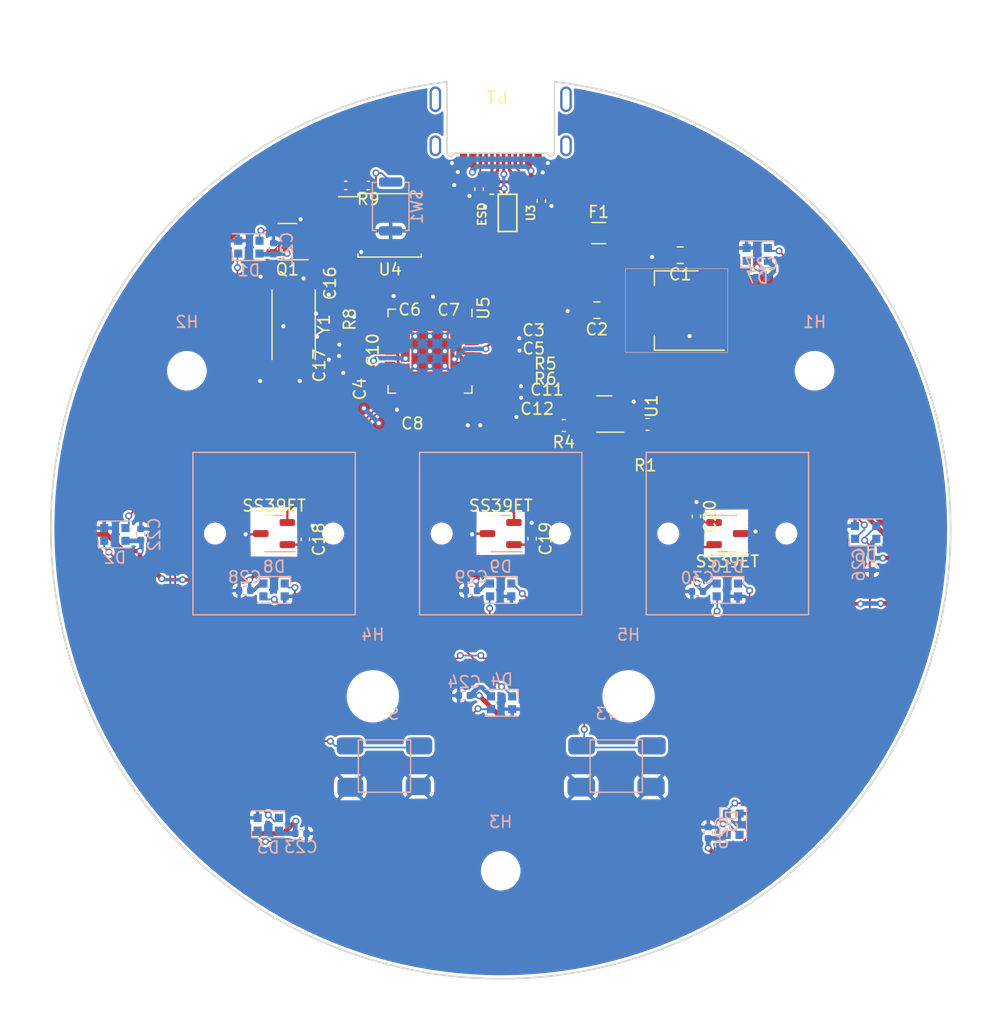
<source format=kicad_pcb>
(kicad_pcb (version 20221018) (generator pcbnew)
  (title_block (title "RP2040 Minimal Design Example") (date "2020-07-13") (rev "REV1") (company "Raspberry Pi (Trading) Ltd"))
  (layers (0 "F.Cu" signal) (31 "B.Cu" signal) (34 "B.Paste" user) (35 "F.Paste" user) (36 "B.SilkS" user "B.Silkscreen") (37 "F.SilkS" user "F.Silkscreen") (38 "B.Mask" user) (39 "F.Mask" user) (44 "Edge.Cuts" user))
  (net 0 "")
  (net 1 "GND")
  (net 2 "VBUS")
  (net 3 "/XIN")
  (net 4 "/XOUT")
  (net 5 "+3V3")
  (net 6 "+1V1")
  (net 7 "/GPIO2")
  (net 8 "/GPIO1")
  (net 9 "/GPIO0")
  (net 10 "Net-(D6-DOUT)")
  (net 11 "/GPIO9")
  (net 12 "/GPIO8")
  (net 13 "/GPIO7")
  (net 14 "/GPIO6")
  (net 15 "/GPIO5")
  (net 16 "/GPIO4")
  (net 17 "/GPIO3")
  (net 18 "/QSPI_SS")
  (net 19 "/GPIO29_ADC3")
  (net 20 "/QSPI_SD3")
  (net 21 "/QSPI_SCLK")
  (net 22 "/QSPI_SD0")
  (net 23 "/QSPI_SD2")
  (net 24 "/QSPI_SD1")
  (net 25 "/USB_D+")
  (net 26 "/USB_D-")
  (net 27 "/GPIO25")
  (net 28 "/GPIO24")
  (net 29 "/GPIO23")
  (net 30 "/GPIO22")
  (net 31 "/GPIO21")
  (net 32 "/GPIO20")
  (net 33 "/GPIO14")
  (net 34 "/GPIO13")
  (net 35 "LED_D_5V")
  (net 36 "+5V")
  (net 37 "+3V")
  (net 38 "SWCLK")
  (net 39 "SWD")
  (net 40 "RUN")
  (net 41 "Net-(U5-USB_DP)")
  (net 42 "Net-(U5-USB_DM)")
  (net 43 "RP_ADC0")
  (net 44 "RP_ADC1")
  (net 45 "RP_ADC2")
  (net 46 "Net-(D1-DOUT)")
  (net 47 "Net-(D2-DOUT)")
  (net 48 "Net-(D3-DOUT)")
  (net 49 "Net-(D4-DOUT)")
  (net 50 "Net-(D5-DOUT)")
  (net 51 "Net-(P1-CC1)")
  (net 52 "ADC_AVDD")
  (net 53 "Net-(P1-CC2)")
  (net 54 "/GPIO16")
  (net 55 "/GPIO10")
  (net 56 "/GPIO11")
  (net 57 "GPIO18")
  (net 58 "GPIO19")
  (net 59 "/GPIO12")
  (net 61 "Net-(C17-Pad1)")
  (net 62 "/GPIO17")
  (net 63 "LED_D_3V")
  (net 64 "Net-(D8-DOUT)")
  (net 65 "Net-(D10-DIN)")
  (net 66 "Net-(D10-DOUT)")
  (net 68 "Net-(R9-Pad1)")
  (footprint "Capacitor_SMD:C_0805_2012Metric" (layer "F.Cu") (at 108.27 80.79 180)
    (fp_text reference "C2")
    (fp_text value "10u")
  )
  (footprint "Capacitor_SMD:C_0402_1005Metric" (layer "F.Cu") (at 100.44 88.3175)
    (fp_text reference "C12")
    (fp_text value "1u")
  )
  (footprint "Capacitor_SMD:C_0402_1005Metric" (layer "F.Cu") (at 100.44 87.3175)
    (fp_text reference "C11")
    (fp_text value "1u")
  )
  (footprint "Capacitor_SMD:C_0402_1005Metric" (layer "F.Cu") (at 92.4 89.365 180)
    (fp_text reference "C8")
    (fp_text value "100n")
  )
  (footprint "Package_TO_SOT_SMD:SOT-223-3_TabPin2" (layer "F.Cu") (at 115.13 80.82 180)
    (fp_text reference "U1")
    (fp_text value "NCP1117-3.3_SOT223" hide)
  )
  (footprint "Package_SO:SOIC-8_5.23x5.23mm_P1.27mm" (layer "F.Cu") (at 90.445 73.4925)
    (fp_text reference "U4")
    (fp_text value "W25Q32JVSS")
  )
  (footprint "Capacitor_SMD:C_0402_1005Metric" (layer "F.Cu") (at 85.207481 83.761 -90)
    (fp_text reference "C17")
    (fp_text value "27p")
  )
  (footprint "Capacitor_SMD:C_0402_1005Metric" (layer "F.Cu") (at 100.325 84.285)
    (fp_text reference "C5")
    (fp_text value "100n")
  )
  (footprint "Capacitor_SMD:C_0402_1005Metric" (layer "F.Cu") (at 95.5225 79.5975 180)
    (fp_text reference "C7")
    (fp_text value "100n")
  )
  (footprint "Capacitor_SMD:C_0402_1005Metric" (layer "F.Cu") (at 87.400992 84.72 180)
    (fp_text reference "C10")
    (fp_text value "100n")
  )
  (footprint "Capacitor_SMD:C_0402_1005Metric" (layer "F.Cu") (at 100.325876 85.3025 180)
    (fp_text reference "R5")
    (fp_text value "27R")
  )
  (footprint "Capacitor_SMD:C_0402_1005Metric" (layer "F.Cu") (at 87.995 86.1675 180)
    (fp_text reference "C4")
    (fp_text value "100n")
  )
  (footprint "Capacitor_SMD:C_0805_2012Metric" (layer "F.Cu") (at 115.45 76.06 180)
    (fp_text reference "C1")
    (fp_text value "10u")
  )
  (footprint "Capacitor_SMD:C_0402_1005Metric" (layer "F.Cu") (at 92.1725 79.5675 180)
    (fp_text reference "C6")
    (fp_text value "100n")
  )
  (footprint "RP2040_minimal:RP2040-QFN-56" (layer "F.Cu") (at 93.915 84.315 -90)
    (fp_text reference "U5")
    (fp_text value "RP2040")
  )
  (footprint "Capacitor_SMD:C_0402_1005Metric" (layer "F.Cu") (at 85.207481 80.791 90)
    (fp_text reference "C16")
    (fp_text value "27p")
  )
  (footprint "Capacitor_SMD:C_0402_1005Metric" (layer "F.Cu") (at 100.325876 86.3025 180)
    (fp_text reference "R6")
    (fp_text value "27R")
  )
  (footprint "Capacitor_SMD:C_0402_1005Metric" (layer "F.Cu") (at 100.315 83.205)
    (fp_text reference "C3")
    (fp_text value "100n")
  )
  (footprint "Capacitor_SMD:C_0402_1005Metric" (layer "F.Cu") (at 94.545 70.0925)
    (fp_text reference "C15" hide)
    (fp_text value "100n" hide)
  )
  (footprint "Capacitor_SMD:C_0402_1005Metric" (layer "F.Cu") (at 87.092481 82.976 180)
    (fp_text reference "R8")
    (fp_text value "1k")
  )
  (footprint "Crystal:Crystal_SMD_Abracon_ABM7-2Pin_6.0x3.5mm" (layer "F.Cu") (at 82.183162 82.0375 -90)
    (fp_text reference "Y1")
    (fp_text value "ABM7-12.000MHZ-D2Y-T")
  )
  (footprint "Capacitor_SMD:C_0402_1005Metric" (layer "F.Cu") (at 88.61 70.07 180)
    (fp_text reference "R9")
    (fp_text value "1k")
  )
  (footprint "Package_TO_SOT_SMD:SOT-23-5" (layer "F.Cu") (at 81.6425 74.89 180)
    (fp_text reference "Q1")
    (fp_text value "SN74LV1T34DBV")
  )
  (footprint "Capacitor_SMD:C_0603_1608Metric" (layer "F.Cu") (at 105.4325 90.71 180)
    (fp_text reference "R4")
    (fp_text value "1R")
  )
  (footprint "Package_TO_SOT_SMD:SOT-23-3" (layer "F.Cu") (at 119.5 100)
    (fp_text reference "S3" hide)
    (fp_text value "SS39ET")
  )
  (footprint "Capacitor_SMD:C_0603_1608Metric" (layer "F.Cu") (at 112.6425 90.61 180)
    (fp_text reference "R1")
    (fp_text value "200R")
  )
  (footprint "Keebio-Parts:SOT-143B" (layer "F.Cu") (at 100.59 72.42 -90)
    (fp_text reference "U3")
    (fp_text value "PRTR5V0U2X" hide)
  )
  (footprint "Package_TO_SOT_SMD:SOT-23-3" (layer "F.Cu") (at 100 100 180)
    (fp_text reference "S2" hide)
    (fp_text value "SS39ET")
  )
  (footprint "Package_TO_SOT_SMD:SOT-23" (layer "F.Cu") (at 108.91 89.72 180)
    (fp_text reference "U2" hide)
    (fp_text value "LM4040DBZ-3" hide)
  )
  (footprint "Capacitor_SMD:C_0402_1005Metric" (layer "F.Cu") (at 103.5 71.4 -90)
    (fp_text reference "R2" hide)
    (fp_text value "5.1k" hide)
  )
  (footprint "Capacitor_SMD:C_0402_1005Metric" (layer "F.Cu") (at 100.04 89.95)
    (fp_text reference "C14" hide)
    (fp_text value "1u" hide)
  )
  (footprint "Package_TO_SOT_SMD:SOT-23-3" (layer "F.Cu") (at 80.5 100 180)
    (fp_text reference "S1" hide)
    (fp_text value "SS39ET")
  )
  (footprint "Capacitor_SMD:C_0402_1005Metric" (layer "F.Cu") (at 83.19 100.5 -90)
    (fp_text reference "C18")
    (fp_text value "1u")
  )
  (footprint "Capacitor_SMD:C_0402_1005Metric" (layer "F.Cu") (at 97.225 89.4275 -90)
    (fp_text reference "C9" hide)
    (fp_text value "100n" hide)
  )
  (footprint "Capacitor_SMD:C_0402_1005Metric" (layer "F.Cu") (at 98.255 89.4275 -90)
    (fp_text reference "C13" hide)
    (fp_text value "100n" hide)
  )
  (footprint "Capacitor_SMD:C_0402_1005Metric" (layer "F.Cu") (at 116.84 98.524 -90)
    (fp_text reference "C20")
    (fp_text value "1u")
  )
  (footprint "Capacitor_SMD:C_0402_1005Metric" (layer "F.Cu") (at 98.142 70.368 -90)
    (fp_text reference "R3" hide)
    (fp_text value "5.1k" hide)
  )
  (footprint "Capacitor_SMD:C_0402_1005Metric" (layer "F.Cu") (at 102.7 100.44 -90)
    (fp_text reference "C19")
    (fp_text value "1u")
  )
  (footprint "Capacitor_SMD:C_0402_1005Metric" (layer "F.Cu") (at 86.67 70.06)
    (fp_text reference "R7" hide)
    (fp_text value "10k" hide)
  )
  (footprint "Connector_USB:USB_C_Receptacle_DEALON_16P_MidMnt" (layer "F.Cu") (at 100 62.65 180)
    (fp_text reference "P1")
    (fp_text value "USB-TYPE-C-016" hide)
    (fp_line (start -4.62 -4.6) (end -4.625 1.5) (stroke (width 0.12)) (layer "Edge.Cuts"))
    (fp_line (start -4.025 -4.625) (end 4.025 -4.625) (stroke (width 0.12)) (layer "Edge.Cuts"))
    (fp_line (start 4.62 -4.6) (end 4.62 1.5) (stroke (width 0.12)) (layer "Edge.Cuts"))
    (fp_arc (start -4.62 -4.6) (mid -4.335 -4.91) (end -4.025 -4.625) (stroke (width 0.12)) (layer "Edge.Cuts"))
    (fp_arc (start 4.025 -4.625) (mid 4.335 -4.91) (end 4.62 -4.6) (stroke (width 0.12)) (layer "Edge.Cuts"))
  )
  (footprint "Fuse:Fuse_1206_3216Metric" (layer "F.Cu") (at 108.43 74.16)
    (fp_text reference "F1")
    (fp_text value "nSMD025-24V" hide)
  )
  (footprint "Capacitor_SMD:C_0402_1005Metric" (layer "B.Cu") (at 131.96 102.68 -90)
    (fp_text reference "C26")
    (fp_text value "100n")
  )
  (footprint "Button_Switch_SMD:SW_Push_SPST_NO_Alps_SKRK" (layer "B.Cu") (at 90.53 71.87 90)
    (fp_text reference "SW1")
    (fp_text value "SKRKAHE020")
  )
  (footprint "Capacitor_SMD:C_0402_1005Metric" (layer "B.Cu") (at 97.48 104.9 180)
    (fp_text reference "C29")
    (fp_text value "100n")
  )
  (footprint "Capacitor_SMD:C_0402_1005Metric" (layer "B.Cu") (at 117.856 125.73 90)
    (fp_text reference "C25")
    (fp_text value "100n")
  )
  (footprint "MountingHole:MountingHole_3.2mm_M3" (layer "B.Cu") (at 100 129 180)
    (fp_text reference "H3")
    (fp_text value "MountingHole_3.2mm_M3")
  )
  (footprint "Capacitor_SMD:C_0402_1005Metric" (layer "B.Cu") (at 122.428 77.978 180)
    (fp_text reference "C27")
    (fp_text value "100n")
  )
  (footprint "Button_Switch_SMD:PTS647_4.5x4.5mm" (layer "B.Cu") (at 90 120 180)
    (fp_text reference "SW2")
    (fp_text value "PTS647 SN70 SMTR2 LFS")
  )
  (footprint "LED_SMD:LED_WS2812B-2020_PLCC4_2.0x2.0mm" (layer "B.Cu") (at 66.802 100.076)
    (fp_text reference "D2")
    (fp_text value "WS2812B-2020")
  )
  (footprint "Button_Switch_Keyboard:SW_Lekker_MX_1.00u_PCB" (layer "B.Cu") (at 119.5 100 180)
    (fp_text reference "REF**" hide)
    (fp_text value "SW_Lekker_MX_1.00u_PCB")
  )
  (footprint "Capacitor_SMD:C_0402_1005Metric" (layer "B.Cu") (at 80.443 75.498 90)
    (fp_text reference "C21")
    (fp_text value "100n")
  )
  (footprint "Button_Switch_Keyboard:SW_Lekker_MX_1.00u_PCB" (layer "B.Cu") (at 100 100 180)
    (fp_text reference "REF**" hide)
    (fp_text value "SW_Lekker_MX_1.00u_PCB")
  )
  (footprint "Capacitor_SMD:C_0402_1005Metric" (layer "B.Cu") (at 69.032 100.076 90)
    (fp_text reference "C22")
    (fp_text value "100n")
  )
  (footprint "LED_SMD:LED_WS2812B-2020_PLCC4_2.0x2.0mm" (layer "B.Cu") (at 119.5 104.85 180)
    (fp_text reference "D10")
    (fp_text value "WS2812B-2020")
  )
  (footprint "LED_SMD:LED_WS2812B-2020_PLCC4_2.0x2.0mm" (layer "B.Cu") (at 120 125 -90)
    (fp_text reference "D5")
    (fp_text value "WS2812B-2020")
  )
  (footprint "MountingHole:MountingHole_3.2mm_M3" (layer "B.Cu") (at 73 86 180)
    (fp_text reference "H2")
    (fp_text value "MountingHole_3.2mm_M3")
  )
  (footprint "Capacitor_SMD:C_0402_1005Metric" (layer "B.Cu") (at 82.804 125.799)
    (fp_text reference "C23")
    (fp_text value "100n")
  )
  (footprint "LED_SMD:LED_WS2812B-2020_PLCC4_2.0x2.0mm" (layer "B.Cu") (at 122.073 75.988)
    (fp_text reference "D7")
    (fp_text value "WS2812B-2020")
  )
  (footprint "MountingHole:MountingHole_3.2mm_M3" (layer "B.Cu") (at 127 86 180)
    (fp_text reference "H1")
    (fp_text value "MountingHole_3.2mm_M3")
  )
  (footprint "LED_SMD:LED_WS2812B-2020_PLCC4_2.0x2.0mm" (layer "B.Cu") (at 80 125)
    (fp_text reference "D3")
    (fp_text value "WS2812B-2020")
  )
  (footprint "LED_SMD:LED_WS2812B-2020_PLCC4_2.0x2.0mm" (layer "B.Cu") (at 100 104.85 180)
    (fp_text reference "D9")
    (fp_text value "WS2812B-2020")
  )
  (footprint "Button_Switch_SMD:PTS647_4.5x4.5mm" (layer "B.Cu") (at 109.94 120 180)
    (fp_text reference "SW3")
    (fp_text value "PTS647 SN70 SMTR2 LFS")
  )
  (footprint "LED_SMD:LED_WS2812B-2020_PLCC4_2.0x2.0mm" (layer "B.Cu") (at 78.333 75.368)
    (fp_text reference "D1")
    (fp_text value "WS2812B-2020")
  )
  (footprint "Button_Switch_Keyboard:SW_Lekker_MX_1.00u_PCB" (layer "B.Cu") (at 80.5 100 180)
    (fp_text reference "REF**" hide)
    (fp_text value "SW_Lekker_MX_1.00u_PCB")
  )
  (footprint "LED_SMD:LED_WS2812B-2020_PLCC4_2.0x2.0mm" (layer "B.Cu") (at 131.4 99.9)
    (fp_text reference "D6")
    (fp_text value "WS2812B-2020")
  )
  (footprint "LED_SMD:LED_WS2812B-2020_PLCC4_2.0x2.0mm" (layer "B.Cu") (at 80.5 104.85 180)
    (fp_text reference "D8")
    (fp_text value "WS2812B-2020")
  )
  (footprint "Capacitor_SMD:C_0402_1005Metric" (layer "B.Cu") (at 77.978 104.902 180)
    (fp_text reference "C28")
    (fp_text value "100n")
  )
  (footprint "MountingHole:MountingHole_4.3mm_M4" (layer "B.Cu") (at 89 114 180)
    (fp_text reference "H4")
    (fp_text value "MountingHole_4.3mm_M4")
  )
  (footprint "LED_SMD:LED_WS2812B-2020_PLCC4_2.0x2.0mm" (layer "B.Cu") (at 100.076 114.554 180)
    (fp_text reference "D4")
    (fp_text value "WS2812B-2020")
  )
  (footprint "Capacitor_SMD:C_0402_1005Metric" (layer "B.Cu") (at 116.93 104.98 180)
    (fp_text reference "C30")
    (fp_text value "100n")
  )
  (footprint "Capacitor_SMD:C_0402_1005Metric" (layer "B.Cu") (at 96.87 113.93 180)
    (fp_text reference "C24")
    (fp_text value "100n")
  )
  (footprint "MountingHole:MountingHole_4.3mm_M4" (layer "B.Cu") (at 111 114 180)
    (fp_text reference "H5")
    (fp_text value "MountingHole_4.3mm_M4")
  )
  (gr_arc (start 104.625 61.15) (mid 100.0025 138.288733) (end 95.38 61.15) (stroke (width 0.15)) (layer "Edge.Cuts"))
  (segment (start 105.755625 80.86875) (end 105.784375 80.84) (width 0.6) (layer "F.Cu") (net 1))
  (segment (start 100.82 83.185) (end 101.575 83.185) (width 0.2) (layer "F.Cu") (net 1))
  (segment (start 103.67 68.8925) (end 103.67 68.525) (width 0.25) (layer "F.Cu") (net 1))
  (segment (start 91.0725 89.3525) (end 91.9025 89.3525) (width 0.15) (layer "F.Cu") (net 1))
  (segment (start 101.7325 87.3175) (end 100.925 87.3175) (width 0.2) (layer "F.Cu") (net 1))
  (segment (start 83.81 99.33) (end 83.19 99.95) (width 0.2) (layer "F.Cu") (net 1))
  (segment (start 78.05 100.06) (end 78.1 100.07) (width 0.2) (layer "F.Cu") (net 1))
  (segment (start 87.619338 75.3975) (end 86.845 75.3975) (width 0.15) (layer "F.Cu") (net 1))
  (segment (start 101.615 84.265) (end 100.8075 84.265) (width 0.2) (layer "F.Cu") (net 1))
  (segment (start 100.8 83.205) (end 100.82 83.185) (width 0.2) (layer "F.Cu") (net 1))
  (segment (start 82.79 72.97) (end 82.79 73.855) (width 0.2) (layer "F.Cu") (net 1))
  (segment (start 88.004669 75.782831) (end 87.619338 75.3975) (width 0.2) (layer "F.Cu") (net 1))
  (segment (start 104.03 68.12) (end 104.05 68.14) (width 0.25) (layer "F.Cu") (net 1))
  (segment (start 86.115 83.7525) (end 86.020981 83.7525) (width 0.15) (layer "F.Cu") (net 1))
  (segment (start 96.32 68.9) (end 96.32 68.355) (width 0.25) (layer "F.Cu") (net 1))
  (segment (start 96.32 68.355) (end 96.8 67.875) (width 0.25) (layer "F.Cu") (net 1))
  (segment (start 101.28 89.97) (end 101.26 89.95) (width 0.15) (layer "F.Cu") (net 1))
  (segment (start 78.98 100.07) (end 78.12 100.07) (width 0.2) (layer "F.Cu") (net 1))
  (segment (start 96.535 68.14) (end 95.8075 68.14) (width 0.25) (layer "F.Cu") (net 1))
  (segment (start 117.38 83.02) (end 117.46 82.94) (width 0.8) (layer "F.Cu") (net 1))
  (segment (start 98.142 70.988) (end 97.342 70.988) (width 0.15) (layer "F.Cu") (net 1))
  (segment (start 86.915992 84.72) (end 86.104008 84.72) (width 0.2) (layer "F.Cu") (net 1))
  (segment (start 83.19 99.95) (end 83.19 100.02) (width 0.15) (layer "F.Cu") (net 1))
  (segment (start 100.925 88.3175) (end 101.755 88.3175) (width 0.2) (layer "F.Cu") (net 1))
  (segment (start 91.9025 89.3525) (end 91.915 89.365) (width 0.15) (layer "F.Cu") (net 1))
  (segment (start 121.92 99.822) (end 120.8155 99.822) (width 0.2) (layer "F.Cu") (net 1))
  (segment (start 104.28 71.91) (end 104.37 71.82) (width 0.2) (layer "F.Cu") (net 1))
  (segment (start 102.71 99.98) (end 102.71 99.16) (width 0.2) (layer "F.Cu") (net 1))
  (segment (start 85.207481 85.0265) (end 85.218981 85.038) (width 0.15) (layer "F.Cu") (net 1))
  (segment (start 96 70.0325) (end 95.31 70.0325) (width 0.15) (layer "F.Cu") (net 1))
  (segment (start 98.23 90.666824) (end 98.246352 90.683176) (width 0.2) (layer "F.Cu") (net 1))
  (segment (start 94.1825 79.6275) (end 94.3825 79.4275) (width 0.15) (layer "F.Cu") (net 1))
  (segment (start 96.8 67.875) (end 96.535 68.14) (width 0.25) (layer "F.Cu") (net 1))
  (segment (start 86.478016 84.721) (end 86.47801 84.720994) (width 0.2) (layer "F.Cu") (net 1))
  (segment (start 85.207481 84.246) (end 85.207481 85.0265) (width 0.15) (layer "F.Cu") (net 1))
  (segment (start 98.67 71.89) (end 99.27 71.89) (width 0.4) (layer "F.Cu") (net 1))
  (segment (start 79.03 100.02) (end 78.98 100.07) (width 0.2) (layer "F.Cu") (net 1))
  (segment (start 120.8155 99.822) (end 120.6375 100) (width 0.2) (layer "F.Cu") (net 1))
  (segment (start 86.020981 83.7525) (end 85.527481 84.246) (width 0.15) (layer "F.Cu") (net 1))
  (segment (start 116.84 97.282) (end 116.77 97.352) (width 0.15) (layer "F.Cu") (net 1))
  (segment (start 114.155 76.22) (end 114.235 76.14) (width 0.8) (layer "F.Cu") (net 1))
  (segment (start 113.025 76.22) (end 114.155 76.22) (width 0.8) (layer "F.Cu") (net 1))
  (segment (start 85.207481 80.306) (end 85.207481 79.45) (width 0.2) (layer "F.Cu") (net 1))
  (segment (start 103.67 68.525) (end 103.265 68.12) (width 0.25) (layer "F.Cu") (net 1))
  (segment (start 90.4775 83.315) (end 89.337981 83.315) (width 0.15) (layer "F.Cu") (net 1))
  (segment (start 97.17 90.693176) (end 97.17 90.023176) (width 0.2) (layer "F.Cu") (net 1))
  (segment (start 99.27 71.89) (end 99.558234 71.601766) (width 0.4) (layer "F.Cu") (net 1))
  (segment (start 85.527481 84.246) (end 85.207481 84.246) (width 0.15) (layer "F.Cu") (net 1))
  (segment (start 87.27 86.18) (end 86.457996 86.18) (width 0.2) (layer "F.Cu") (net 1))
  (segment (start 95.31 70.0325) (end 95.2475 69.97) (width 0.15) (layer "F.Cu") (net 1))
  (segment (start 104.31 71.88) (end 104.37 71.82) (width 0.15) (layer "F.Cu") (net 1))
  (segment (start 103.61625 68.94625) (end 103.67 68.8925) (width 0.25) (layer "F.Cu") (net 1))
  (segment (start 111.4435 88.66) (end 110.2875 88.66) (width 0.3) (layer "F.Cu") (net 1))
  (segment (start 78.1 100.07) (end 78.11 100.07) (width 0.2) (layer "F.Cu") (net 1))
  (segment (start 110.2875 88.66) (end 110.1235 88.824) (width 0.3) (layer "F.Cu") (net 1))
  (segment (start 116.77 97.352) (end 116.77 97.994) (width 0.2) (layer "F.Cu") (net 1))
  (segment (start 94.3825 79.4275) (end 94.7375 79.4275) (width 0.15) (layer "F.Cu") (net 1))
  (segment (start 98.45 100.01) (end 97.63 100.01) (width 0.2) (layer "F.Cu") (net 1))
  (segment (start 105.784375 80.84) (end 107.115625 80.84) (width 0.6) (layer "F.Cu") (net 1))
  (segment (start 116.25 83.02) (end 117.38 83.02) (width 0.8) (layer "F.Cu") (net 1))
  (segment (start 98.23 90.033176) (end 98.23 90.666824) (width 0.2) (layer "F.Cu") (net 1))
  (segment (start 78.12 100.07) (end 78.05 100.06) (width 0.2) (layer "F.Cu") (net 1))
  (segment (start 90.7925 79.5775) (end 91.605 79.5775) (width 0.2) (layer "F.Cu") (net 1))
  (segment (start 103.5 71.88) (end 104.31 71.88) (width 0.15) (layer "F.Cu") (net 1))
  (segment (start 101.7425 87.3275) (end 101.7325 87.3175) (width 0.2) (layer "F.Cu") (net 1))
  (segment (start 97.342 70.988) (end 97.312 70.958) (width 0.15) (layer "F.Cu") (net 1))
  (segment (start 104.07 68.12) (end 104.05 68.14) (width 0.25) (layer "F.Cu") (net 1))
  (segment (start 89.337981 83.315) (end 87.377981 81.355) (width 0.15) (layer "F.Cu") (net 1))
  (segment (start 103.265 68.12) (end 104.03 68.12) (width 0.25) (layer "F.Cu") (net 1))
  (segment (start 101.26 89.95) (end 100.537831 89.95) (width 0.15) (layer "F.Cu") (net 1))
  (via (at 86.115 83.7525) (size 0.6) (drill 0.35) (layers "F.Cu" "B.Cu") (net 1))
  (via (at 81.307481 82.166) (size 0.6) (drill 0.35) (layers "F.Cu" "B.Cu") (net 1))
  (via (at 84.193162 83.0675) (size 0.6) (drill 0.35) (layers "F.Cu" "B.Cu") (net 1))
  (via (at 79.345 77.9025) (size 0.6) (drill 0.35) (layers "F.Cu" "B.Cu") (net 1))
  (via (at 83.037481 78.0535) (size 0.6) (drill 0.35) (layers "F.Cu" "B.Cu") (net 1))
  (via (at 82.707481 86.866) (size 0.6) (drill 0.35) (layers "F.Cu" "B.Cu") (net 1))
  (via (at 94.1825 79.6275) (size 0.6) (drill 0.35) (layers "F.Cu" "B.Cu") (net 1))
  (via (at 111.4435 88.66) (size 0.6) (drill 0.35) (layers "F.Cu" "B.Cu") (net 1))
  (via (at 91.0725 89.3525) (size 0.6) (drill 0.35) (layers "F.Cu" "B.Cu") (net 1))
  (via (at 87.377981 81.355) (size 0.6) (drill 0.35) (layers "F.Cu" "B.Cu") (net 1))
  (via (at 98.246352 90.683176) (size 0.6) (drill 0.35) (layers "F.Cu" "B.Cu") (net 1))
  (via (at 103.61625 68.94625) (size 0.6) (drill 0.35) (layers "F.Cu" "B.Cu") (net 1))
  (via (at 90.7925 79.5775) (size 0.6) (drill 0.35) (layers "F.Cu" "B.Cu") (net 1))
  (via (at 83.81 99.33) (size 0.6) (drill 0.35) (layers "F.Cu" "B.Cu") (net 1))
  (via (at 113.025 76.22) (size 0.6) (drill 0.35) (layers "F.Cu" "B.Cu") (net 1))
  (via (at 104.05 68.14) (size 0.6) (drill 0.35) (layers "F.Cu" "B.Cu") (net 1))
  (via (at 95.808119 68.148005) (size 0.6) (drill 0.35) (layers "F.Cu" "B.Cu") (net 1))
  (via (at 82.79 72.97) (size 0.6) (drill 0.35) (layers "F.Cu" "B.Cu") (net 1))
  (via (at 101.755 88.3175) (size 0.6) (drill 0.35) (layers "F.Cu" "B.Cu") (net 1))
  (via (at 96.32 68.9) (size 0.6) (drill 0.35) (layers "F.Cu" "B.Cu") (net 1))
  (via (at 96 70.0325) (size 0.6) (drill 0.35) (layers "F.Cu" "B.Cu") (net 1))
  (via (at 97.54 100.06) (size 0.6) (drill 0.35) (layers "F.Cu" "B.Cu") (net 1))
  (via (at 85.218981 85.038) (size 0.6) (drill 0.35) (layers "F.Cu" "B.Cu") (net 1))
  (via (at 86.104002 84.719994) (size 0.6) (drill 0.35) (layers "F.Cu" "B.Cu") (net 1))
  (via (at 98.67 71.89) (size 0.6) (drill 0.35) (layers "F.Cu" "B.Cu") (net 1))
  (via (at 97.312 70.958) (size 0.6) (drill 0.35) (layers "F.Cu" "B.Cu") (net 1))
  (via (at 79.305 86.866) (size 0.6) (drill 0.35) (layers "F.Cu" "B.Cu") (net 1))
  (via (at 116.84 97.282) (size 0.6) (drill 0.35) (layers "F.Cu" "B.Cu") (net 1))
  (via (at 101.7425 87.3275) (size 0.6) (drill 0.35) (layers "F.Cu" "B.Cu") (net 1))
  (via (at 102.66 99.07) (size 0.6) (drill 0.35) (layers "F.Cu" "B.Cu") (net 1))
  (via (at 105.755625 80.86875) (size 0.6) (drill 0.35) (layers "F.Cu" "B.Cu") (net 1))
  (via (at 121.92 99.822) (size 0.6) (drill 0.35) (layers "F.Cu" "B.Cu") (net 1))
  (via (at 97.17 90.693176) (size 0.6) (drill 0.35) (layers "F.Cu" "B.Cu") (net 1))
  (via (at 78.05 100.06) (size 0.6) (drill 0.35) (layers "F.Cu" "B.Cu") (net 1))
  (via (at 85.207481 79.45) (size 0.6) (drill 0.35) (layers "F.Cu" "B.Cu") (net 1))
  (via (at 116.25 83.02) (size 0.6) (drill 0.35) (layers "F.Cu" "B.Cu") (net 1))
  (via (at 101.615 84.265) (size 0.6) (drill 0.35) (layers "F.Cu" "B.Cu") (net 1))
  (via (at 88.004669 75.782831) (size 0.6) (drill 0.35) (layers "F.Cu" "B.Cu") (net 1))
  (via (at 104.37 71.82) (size 0.6) (drill 0.35) (layers "F.Cu" "B.Cu") (net 1))
  (via (at 101.595 83.205) (size 0.6) (drill 0.35) (layers "F.Cu" "B.Cu") (net 1))
  (via (at 86.457996 86.18) (size 0.6) (drill 0.35) (layers "F.Cu" "B.Cu") (net 1))
  (via (at 101.355 89.9725) (size 0.6) (drill 0.35) (layers "F.Cu" "B.Cu") (net 1))
  (via (at 84.113162 81.0875) (size 0.6) (drill 0.35) (layers "F.Cu" "B.Cu") (net 1))
  (segment (start 77.413 74.818) (end 77.693 74.818) (width 0.15) (layer "B.Cu") (net 1))
  (segment (start 87.375 121.6) (end 87.49 121.6) (width 0.15) (layer "B.Cu") (net 1))
  (segment (start 102.865 72.755) (end 101.575 71.465) (width 0.4) (layer "F.Cu") (net 2))
  (segment (start 102.606789 68.790703) (end 102.606789 69.186789) (width 0.4) (layer "F.Cu") (net 2))
  (segment (start 103.56625 69.59625) (end 105.675 71.705) (width 0.4) (layer "F.Cu") (net 2))
  (segment (start 102.4 68.583914) (end 102.4 67.875) (width 0.4) (layer "F.Cu") (net 2))
  (segment (start 102.606789 68.790703) (end 102.4 68.583914) (width 0.4) (layer "F.Cu") (net 2))
  (segment (start 97.6 68.890107) (end 97.6 67.875) (width 0.4) (layer "F.Cu") (net 2))
  (segment (start 105.675 71.705) (end 104.625 72.755) (width 0.4) (layer "F.Cu") (net 2))
  (segment (start 107.03 73.06) (end 107.03 74.16) (width 0.4) (layer "F.Cu") (net 2))
  (segment (start 105.675 71.705) (end 107.03 73.06) (width 0.4) (layer "F.Cu") (net 2))
  (segment (start 102.606789 69.186789) (end 103.01625 69.59625) (width 0.4) (layer "F.Cu") (net 2))
  (segment (start 97.56682 68.923287) (end 97.6 68.890107) (width 0.4) (layer "F.Cu") (net 2))
  (segment (start 104.625 72.755) (end 102.865 72.755) (width 0.4) (layer "F.Cu") (net 2))
  (segment (start 103.01625 69.59625) (end 103.56625 69.59625) (width 0.4) (layer "F.Cu") (net 2))
  (via (at 102.606789 68.790703) (size 0.6) (drill 0.35) (layers "F.Cu" "B.Cu") (net 2))
  (via (at 97.56682 68.923287) (size 0.6) (drill 0.35) (layers "F.Cu" "B.Cu") (net 2))
  (segment (start 102.254086 68.438) (end 102.606789 68.790703) (width 0.4) (layer "B.Cu") (net 2))
  (segment (start 97.56682 68.81318) (end 97.942 68.438) (width 0.4) (layer "B.Cu") (net 2))
  (segment (start 97.56682 68.923287) (end 97.56682 68.81318) (width 0.4) (layer "B.Cu") (net 2))
  (segment (start 97.942 68.438) (end 102.254086 68.438) (width 0.4) (layer "B.Cu") (net 2))
  (segment (start 84.556981 81.9265) (end 83.052162 81.9265) (width 0.15) (layer "F.Cu") (net 3))
  (segment (start 87.674717 82.076) (end 86.007481 82.076) (width 0.15) (layer "F.Cu") (net 3))
  (segment (start 90.4775 83.715) (end 89.313717 83.715) (width 0.15) (layer "F.Cu") (net 3))
  (segment (start 89.313717 83.715) (end 87.674717 82.076) (width 0.15) (layer "F.Cu") (net 3))
  (segment (start 83.052162 81.9265) (end 81.092662 79.967) (width 0.15) (layer "F.Cu") (net 3))
  (segment (start 85.207481 81.276) (end 84.556981 81.9265) (width 0.15) (layer "F.Cu") (net 3))
  (segment (start 86.007481 82.076) (end 85.207481 81.276) (width 0.15) (layer "F.Cu") (net 3))
  (segment (start 90.4775 84.115) (end 88.716481 84.115) (width 0.15) (layer "F.Cu") (net 4))
  (segment (start 88.716481 84.115) (end 87.577481 82.976) (width 0.15) (layer "F.Cu") (net 4))
  (segment (start 98.405001 84.667501) (end 98.940323 84.667501) (width 0.2) (layer "F.Cu") (net 5))
  (segment (start 99.062824 84.545) (end 99.58 84.545) (width 0.2) (layer "F.Cu") (net 5))
  (segment (start 91.03 84.49) (end 88.491 84.49) (width 0.2) (layer "F.Cu") (net 5))
  (segment (start 97.3925 84.5175) (end 96.555 84.5175) (width 0.2) (layer "F.Cu") (net 5))
  (segment (start 96.515 80.105) (end 96.0075 79.5975) (width 0.2) (layer "F.Cu") (net 5))
  (segment (start 134.35 100.618941) (end 134.35 106.227818) (width 0.4) (layer "F.Cu") (net 5))
  (segment (start 87.884992 84.721) (end 87.313492 85.2925) (width 0.2) (layer "F.Cu") (net 5))
  (segment (start 86.2175 85.2925) (end 85.907996 85.602004) (width 0.2) (layer "F.Cu") (net 5))
  (segment (start 102.64 101.93) (end 102.6 101.85) (width 0.15) (layer "F.Cu") (net 5))
  (segment (start 80.512182 70.06) (end 82.24 70.06) (width 0.4) (layer "F.Cu") (net 5))
  (segment (start 82.24 70.06) (end 84.7 72.52) (width 0.4) (layer "F.Cu") (net 5))
  (segment (start 68.445 105.448057) (end 63.92 100.923056) (width 0.4) (layer "F.Cu") (net 5))
  (segment (start 92.885 89.365) (end 92.885 87.7825) (width 0.2) (layer "F.Cu") (net 5))
  (segment (start 98.060026 86.5175) (end 96.5625 86.5175) (width 0.2) (layer "F.Cu") (net 5))
  (segment (start 107.797817 131.62) (end 91.652182 131.62) (width 0.4) (layer "F.Cu") (net 5))
  (segment (start 83.16 100.95) (end 83.19 100.98) (width 0.15) (layer "F.Cu") (net 5))
  (segment (start 99.955 88.3175) (end 99.305 87.6675) (width 0.2) (layer "F.Cu") (net 5))
  (segment (start 83.05 101.12) (end 83.19 100.98) (width 0.15) (layer "F.Cu") (net 5))
  (segment (start 80.512182 70.06) (end 82.592182 67.98) (width 0.4) (layer "F.Cu") (net 5))
  (segment (start 96.5625 86.5175) (end 96.515 86.565) (width 0.2) (layer "F.Cu") (net 5))
  (segment (start 76.37 126.384556) (end 76.37 125.05) (width 0.4) (layer "F.Cu") (net 5))
  (segment (start 99.58 84.545) (end 99.84 84.285) (width 0.2) (layer "F.Cu") (net 5))
  (segment (start 87.313492 85.2925) (end 86.2175 85.2925) (width 0.2) (layer "F.Cu") (net 5))
  (segment (start 97.3925 84.9175) (end 96.755 84.9175) (width 0.2) (layer "F.Cu") (net 5))
  (segment (start 76.37 125.05) (end 68.445 117.125) (width 0.4) (layer "F.Cu") (net 5))
  (segment (start 108.38 73.43) (end 109.35 72.46) (width 0.4) (layer "F.Cu") (net 5))
  (segment (start 100.584 89.154) (end 99.955 88.525) (width 0.3) (layer "F.Cu") (net 5))
  (segment (start 127.48 77.722182) (end 132.04 82.282183) (width 0.4) (layer "F.Cu") (net 5))
  (segment (start 75.254 75.318182) (end 80.512182 70.06) (width 0.4) (layer "F.Cu") (net 5))
  (segment (start 68.445 117.125) (end 68.445 105.448057) (width 0.4) (layer "F.Cu") (net 5))
  (segment (start 97.225 88.9225) (end 97.225 89.13) (width 0.2) (layer "F.Cu") (net 5))
  (segment (start 78.855444 128.87) (end 76.37 126.384556) (width 0.4) (layer "F.Cu") (net 5))
  (segment (start 98.255 84.5175) (end 97.3925 84.5175) (width 0.2) (layer "F.Cu") (net 5))
  (segment (start 92.6575 79.5675) (end 92.915 79.825) (width 0.2) (layer "F.Cu") (net 5))
  (segment (start 88.902182 128.87) (end 78.855444 128.87) (width 0.4) (layer "F.Cu") (net 5))
  (segment (start 86.94 78.57) (end 87.78 78.57) (width 0.4) (layer "F.Cu") (net 5))
  (segment (start 96.515 81.5425) (end 96.505 81.5525) (width 0.2) (layer "F.Cu") (net 5))
  (segment (start 80.512182 70.06) (end 86.19 70.06) (width 0.4) (layer "F.Cu") (net 5))
  (segment (start 94.045 70.2775) (end 94.255 70.0675) (width 0.15) (layer "F.Cu") (net 5))
  (segment (start 92.885 87.7825) (end 92.915 87.7525) (width 0.2) (layer "F.Cu") (net 5))
  (segment (start 134.35 106.227818) (end 131.16 109.417818) (width 0.4) (layer "F.Cu") (net 5))
  (segment (start 121.184183 73.872) (end 121.438183 73.618) (width 0.4) (layer "F.Cu") (net 5))
  (segment (start 91.09 84.55) (end 91.03 84.49) (width 0.2) (layer "F.Cu") (net 5))
  (segment (start 92.8 79.3525) (end 92.6575 79.495) (width 0.2) (layer "F.Cu") (net 5))
  (segment (start 96.515 87.7525) (end 96.515 88.2125) (width 0.2) (layer "F.Cu") (net 5))
  (segment (start 114.521683 73.872) (end 121.184183 73.872) (width 0.4) (layer "F.Cu") (net 5))
  (segment (start 91.652182 131.62) (end 88.902182 128.87) (width 0.4) (layer "F.Cu") (net 5))
  (segment (start 94.045 71.5875) (end 94.045 70.2775) (width 0.2) (layer "F.Cu") (net 5))
  (segment (start 108.38 79.05) (end 108.38 73.43) (width 0.4) (layer "F.Cu") (net 5))
  (segment (start 92.915 79.825) (end 92.915 80.8775) (width 0.2) (layer "F.Cu") (net 5))
  (segment (start 109.35 72.46) (end 113.109683 72.46) (width 0.4) (layer "F.Cu") (net 5))
  (segment (start 121.438183 73.618) (end 124.433818 73.618) (width 0.4) (layer "F.Cu") (net 5))
  (segment (start 84.7 72.52) (end 84.7 76.33) (width 0.4) (layer "F.Cu") (net 5))
  (segment (start 96.515 80.8775) (end 96.515 80.105) (width 0.2) (layer "F.Cu") (net 5))
  (segment (start 99.210025 87.6675) (end 98.060026 86.5175) (width 0.2) (layer "F.Cu") (net 5))
  (segment (start 92.915 87.7525) (end 92.915 86.7675) (width 0.2) (layer "F.Cu") (net 5))
  (segment (start 116.84 99.004) (end 116.886 99.05) (width 0.2) (layer "F.Cu") (net 5))
  (segment (start 82.592182 67.98) (end 91.9475 67.98) (width 0.4) (layer "F.Cu") (net 5))
  (segment (start 127.48 76.664183) (end 127.48 77.722182) (width 0.4) (layer "F.Cu") (net 5))
  (segment (start 85.907996 86.667996) (end 86.12 86.88) (width 0.2) (layer "F.Cu") (net 5))
  (segment (start 113.109683 72.46) (end 114.521683 73.872) (width 0.4) (layer "F.Cu") (net 5))
  (segment (start 81.6375 100.95) (end 83.16 100.95) (width 0.2) (layer "F.Cu") (net 5))
  (segment (start 97.3925 84.9175) (end 98.155002 84.9175) (width 0.2) (layer "F.Cu") (net 5))
  (segment (start 99.955 88.525) (end 99.955 88.3175) (width 0.4) (layer "F.Cu") (net 5))
  (segment (start 98.405001 84.667501) (end 98.255 84.5175) (width 0.2) (layer "F.Cu") (net 5))
  (segment (start 92.6575 79.5675) (end 92.6575 79.5325) (width 0.2) (layer "F.Cu") (net 5))
  (segment (start 63.92 99.848182) (end 64.49 99.278182) (width 0.4) (layer "F.Cu") (net 5))
  (segment (start 108.4 79.07) (end 108.38 79.05) (width 0.4) (layer "F.Cu") (net 5))
  (segment (start 99.305 87.6675) (end 99.210025 87.6675) (width 0.2) (layer "F.Cu") (net 5))
  (segment (start 92.915 81.6175) (end 92.905 81.6275) (width 0.2) (layer "F.Cu") (net 5))
  (segment (start 64.49 99.278182) (end 64.49 95.482183) (width 0.4) (layer "F.Cu") (net 5))
  (segment (start 116.835 98.954) (end 116.995 99.114) (width 0.15) (layer "F.Cu") (net 5))
  (segment (start 88.26 84.721) (end 87.884992 84.721) (width 0.2) (layer "F.Cu") (net 5))
  (segment (start 131.16 117.27) (end 118.58 129.85) (width 0.4) (layer "F.Cu") (net 5))
  (segment (start 132.04 98.308941) (end 134.35 100.618941) (width 0.4) (layer "F.Cu") (net 5))
  (segment (start 98.940323 84.667501) (end 99.062824 84.545) (width 0.2) (layer "F.Cu") (net 5))
  (segment (start 66.64 93.332182) (end 66.64 85.812183) (width 0.4) (layer "F.Cu") (net 5))
  (segment (start 96.515 86.565) (end 96.515 87.7525) (width 0.2) (layer "F.Cu") (net 5))
  (segment (start 63.92 100.923056) (end 63.92 99.848182) (width 0.4) (layer "F.Cu") (net 5))
  (segment (start 96.515 88.2125) (end 97.225 88.9225) (width 0.2) (layer "F.Cu") (net 5))
  (segment (start 124.433818 73.618) (end 127.48 76.664183) (width 0.4) (layer "F.Cu") (net 5))
  (segment (start 64.49 95.482183) (end 66.64 93.332182) (width 0.4) (layer "F.Cu") (net 5))
  (segment (start 92.6575 79.495) (end 92.6575 79.5675) (width 0.2) (layer "F.Cu") (net 5))
  (segment (start 97.225 89.13) (end 97.1925 89.1625) (width 0.2) (layer "F.Cu") (net 5))
  (segment (start 91.9475 67.98) (end 94.06 70.0925) (width 0.4) (layer "F.Cu") (net 5))
  (segment (start 109.567818 129.85) (end 107.797817 131.62) (width 0.4) (layer "F.Cu") (net 5))
  (segment (start 102.59 101.84) (end 102.64 101.93) (width 0.15) (layer "F.Cu") (net 5))
  (segment (start 131.16 109.417818) (end 131.16 117.27) (width 0.4) (layer "F.Cu") (net 5))
  (segment (start 102.616 89.154) (end 100.584 89.154) (width 0.3) (layer "F.Cu") (net 5))
  (segment (start 75.254 77.198182) (end 75.254 75.318182) (width 0.4) (layer "F.Cu") (net 5))
  (segment (start 88.491 84.49) (end 88.26 84.721) (width 0.2) (layer "F.Cu") (net 5))
  (segment (start 92.915 86.7675) (end 92.93 86.7525) (width 0.2) (layer "F.Cu") (net 5))
  (segment (start 84.7 76.33) (end 86.94 78.57) (width 0.4) (layer "F.Cu") (net 5))
  (segment (start 98.155002 84.9175) (end 98.405001 84.667501) (width 0.2) (layer "F.Cu") (net 5))
  (segment (start 96.755 84.9175) (end 96.555 84.7175) (width 0.2) (layer "F.Cu") (net 5))
  (segment (start 85.907996 85.602004) (end 85.907996 86.667996) (width 0.2) (layer "F.Cu") (net 5))
  (segment (start 102.51 101.1) (end 102.59 101.02) (width 0.15) (layer "F.Cu") (net 5))
  (segment (start 92.915 80.8775) (end 92.915 81.6175) (width 0.2) (layer "F.Cu") (net 5))
  (segment (start 116.886 99.05) (end 118.3625 99.05) (width 0.2) (layer "F.Cu") (net 5))
  (segment (start 132.04 82.282183) (end 132.04 98.308941) (width 0.4) (layer "F.Cu") (net 5))
  (segment (start 101.1375 100.95) (end 102.63 100.95) (width 0.2) (layer "F.Cu") (net 5))
  (segment (start 118.58 129.85) (end 109.567818 129.85) (width 0.4) (layer "F.Cu") (net 5))
  (segment (start 66.64 85.812183) (end 75.254 77.198182) (width 0.4) (layer "F.Cu") (net 5))
  (segment (start 96.515 80.8775) (end 96.515 81.5425) (width 0.2) (layer "F.Cu") (net 5))
  (via (at 89.505 90.505) (size 0.6) (drill 0.35) (layers "F.Cu" "B.Cu") (net 5))
  (via (at 88.235 89.235) (size 0.6) (drill 0.35) (layers "F.Cu" "B.Cu") (net 5))
  (segment (start 89.505 90.505) (end 88.235 89.235) (width 0.4) (layer "B.Cu") (net 5))
  (segment (start 97.3525 84.115) (end 98.715006 84.115) (width 0.2) (layer "F.Cu") (net 6))
  (segment (start 96.015 85.005) (end 96.015 84.815) (width 0.15) (layer "F.Cu") (net 6))
  (segment (start 89.06 85.5875) (end 88.48 86.1675) (width 0.2) (layer "F.Cu") (net 6))
  (segment (start 98.715006 84.034994) (end 98.715006 84.115) (width 0.2) (layer "F.Cu") (net 6))
  (segment (start 98.155 86.1175) (end 99.355 87.3175) (width 0.2) (layer "F.Cu") (net 6))
  (segment (start 97.3925 86.1175) (end 98.155 86.1175) (width 0.2) (layer "F.Cu") (net 6))
  (segment (start 89.06 85.14) (end 89.25 84.95) (width 0.2) (layer "F.Cu") (net 6))
  (segment (start 99.355 87.3175) (end 99.955 87.3175) (width 0.2) (layer "F.Cu") (net 6))
  (segment (start 89.06 85.14) (end 89.06 85.5875) (width 0.2) (layer "F.Cu") (net 6))
  (segment (start 97.3925 86.1175) (end 96.555 86.1175) (width 0.2) (layer "F.Cu") (net 6))
  (segment (start 99.83 83.205) (end 99.545 83.205) (width 0.2) (layer "F.Cu") (net 6))
  (segment (start 99.545 83.205) (end 98.715006 84.034994) (width 0.2) (layer "F.Cu") (net 6))
  (segment (start 89.25 84.95) (end 90.4525 84.95) (width 0.2) (layer "F.Cu") (net 6))
  (via (at 98.715006 84.115) (size 0.6) (drill 0.35) (layers "F.Cu" "B.Cu") (net 6))
  (via (at 96.015 85.005) (size 0.6) (drill 0.35) (layers "F.Cu" "B.Cu") (net 6))
  (via (at 89.06 85.14) (size 0.6) (drill 0.35) (layers "F.Cu" "B.Cu") (net 6))
  (via (at 91.805 84.9525) (size 0.6) (drill 0.35) (layers "F.Cu" "B.Cu") (net 6))
  (segment (start 91.75003 84.91) (end 91.78003 84.94) (width 0.4) (layer "B.Cu") (net 6))
  (segment (start 98.715006 84.115) (end 96.905 84.115) (width 0.4) (layer "B.Cu") (net 6))
  (segment (start 89.29 84.91) (end 91.75003 84.91) (width 0.4) (layer "B.Cu") (net 6))
  (segment (start 96.905 84.115) (end 96.015 85.005) (width 0.4) (layer "B.Cu") (net 6))
  (segment (start 89.06 85.14) (end 89.29 84.91) (width 0.4) (layer "B.Cu") (net 6))
  (segment (start 124.46 79.27) (end 129.63 84.44) (width 0.15) (layer "F.Cu") (net 10))
  (segment (start 124.46 76.2) (end 124.46 79.27) (width 0.15) (layer "F.Cu") (net 10))
  (segment (start 123.952 75.692) (end 124.46 76.2) (width 0.15) (layer "F.Cu") (net 10))
  (segment (start 129.63 97.595998) (end 131.284502 99.2505) (width 0.15) (layer "F.Cu") (net 10))
  (segment (start 129.63 84.44) (end 129.63 97.595998) (width 0.15) (layer "F.Cu") (net 10))
  (via (at 123.952 75.692) (size 0.6) (drill 0.35) (layers "F.Cu" "B.Cu") (net 10))
  (via (at 131.284502 99.2505) (size 0.6) (drill 0.35) (layers "F.Cu" "B.Cu") (net 10))
  (segment (start 131.284502 99.2505) (end 131.284502 99.650498) (width 0.15) (layer "B.Cu") (net 10))
  (segment (start 123.952 75.692) (end 123.242 75.692) (width 0.15) (layer "B.Cu") (net 10))
  (segment (start 131.284502 99.650498) (end 130.485 100.45) (width 0.15) (layer "B.Cu") (net 10))
  (segment (start 123.242 75.692) (end 122.988 75.438) (width 0.15) (layer "B.Cu") (net 10))
  (segment (start 88.11 70.13) (end 87.055 71.185) (width 0.15) (layer "F.Cu") (net 18))
  (segment (start 87.2825 77.7525) (end 85.42 75.89) (width 0.15) (layer "F.Cu") (net 18))
  (segment (start 86.4825 71.5875) (end 86.845 71.5875) (width 0.15) (layer "F.Cu") (net 18))
  (segment (start 97.015 81.3775) (end 97.015 78.727537) (width 0.15) (layer "F.Cu") (net 18))
  (segment (start 87.18 70.13) (end 87.11 70.06) (width 0.15) (layer "F.Cu") (net 18))
  (segment (start 97.015 78.727537) (end 96.039963 77.7525) (width 0.15) (layer "F.Cu") (net 18))
  (segment (start 88.11 70.13) (end 87.18 70.13) (width 0.15) (layer "F.Cu") (net 18))
  (segment (start 85.42 72.65) (end 86.4825 71.5875) (width 0.15) (layer "F.Cu") (net 18))
  (segment (start 85.42 75.89) (end 85.42 72.65) (width 0.15) (layer "F.Cu") (net 18))
  (segment (start 96.039963 77.7525) (end 87.2825 77.7525) (width 0.15) (layer "F.Cu") (net 18))
  (segment (start 87.055 71.185) (end 87.055 71.5375) (width 0.15) (layer "F.Cu") (net 18))
  (segment (start 97.3525 81.715) (end 97.015 81.3775) (width 0.15) (layer "F.Cu") (net 18))
  (segment (start 99.4025 82.336028) (end 99.4025 78.71) (width 0.15) (layer "F.Cu") (net 20))
  (segment (start 97.3525 83.715) (end 98.023528 83.715) (width 0.15) (layer "F.Cu") (net 20))
  (segment (start 98.023528 83.715) (end 99.4025 82.336028) (width 0.15) (layer "F.Cu") (net 20))
  (segment (start 95.754338 75.061838) (end 95.754338 74.261838) (width 0.15) (layer "F.Cu") (net 20))
  (segment (start 95.754338 74.261838) (end 94.35 72.8575) (width 0.15) (layer "F.Cu") (net 20))
  (segment (start 99.4025 78.71) (end 95.754338 75.061838) (width 0.15) (layer "F.Cu") (net 20))
  (segment (start 94.35 72.8575) (end 94.045 72.8575) (width 0.15) (layer "F.Cu") (net 20))
  (segment (start 94.1825 74.1275) (end 94.045 74.1275) (width 0.15) (layer "F.Cu") (net 21))
  (segment (start 97.999264 83.315) (end 99.0725 82.241764) (width 0.15) (layer "F.Cu") (net 21))
  (segment (start 99.0725 79.0175) (end 94.1825 74.1275) (width 0.15) (layer "F.Cu") (net 21))
  (segment (start 97.3525 83.315) (end 97.999264 83.315) (width 0.15) (layer "F.Cu") (net 21))
  (segment (start 99.0725 82.241764) (end 99.0725 79.0175) (width 0.15) (layer "F.Cu") (net 21))
  (segment (start 98.7725 82.1175) (end 98.7725 79.144378) (width 0.15) (layer "F.Cu") (net 22))
  (segment (start 98.7725 79.144378) (end 95.025622 75.3975) (width 0.15) (layer "F.Cu") (net 22))
  (segment (start 97.975 82.915) (end 98.7725 82.1175) (width 0.15) (layer "F.Cu") (net 22))
  (segment (start 97.3525 82.915) (end 97.975 82.915) (width 0.15) (layer "F.Cu") (net 22))
  (segment (start 95.025622 75.3975) (end 94.045 75.3975) (width 0.15) (layer "F.Cu") (net 22))
  (segment (start 98.4725 81.971764) (end 98.4725 79.268642) (width 0.15) (layer "F.Cu") (net 23))
  (segment (start 87.091801 74.1275) (end 86.845 74.1275) (width 0.15) (layer "F.Cu") (net 23))
  (segment (start 97.929264 82.515) (end 98.4725 81.971764) (width 0.15) (layer "F.Cu") (net 23))
  (segment (start 98.4725 79.268642) (end 96.296358 77.0925) (width 0.15) (layer "F.Cu") (net 23))
  (segment (start 97.3525 82.515) (end 97.929264 82.515) (width 0.15) (layer "F.Cu") (net 23))
  (segment (start 90.056801 77.0925) (end 87.091801 74.1275) (width 0.15) (layer "F.Cu") (net 23))
  (segment (start 96.296358 77.0925) (end 90.056801 77.0925) (width 0.15) (layer "F.Cu") (net 23))
  (segment (start 97.3525 82.115) (end 97.905 82.115) (width 0.15) (layer "F.Cu") (net 24))
  (segment (start 97.905 82.115) (end 98.125 81.895) (width 0.15) (layer "F.Cu") (net 24))
  (segment (start 98.125 79.345406) (end 96.232094 77.4525) (width 0.15) (layer "F.Cu") (net 24))
  (segment (start 85.72 73.64) (end 86.5025 72.8575) (width 0.15) (layer "F.Cu") (net 24))
  (segment (start 87.406764 77.4525) (end 85.72 75.765736) (width 0.15) (layer "F.Cu") (net 24))
  (segment (start 85.72 75.765736) (end 85.72 73.64) (width 0.15) (layer "F.Cu") (net 24))
  (segment (start 98.125 81.895) (end 98.125 79.345406) (width 0.15) (layer "F.Cu") (net 24))
  (segment (start 96.232094 77.4525) (end 87.406764 77.4525) (width 0.15) (layer "F.Cu") (net 24))
  (segment (start 86.5025 72.8575) (end 86.845 72.8575) (width 0.15) (layer "F.Cu") (net 24))
  (segment (start 99.25 67.993511) (end 99.25 69.765686) (width 0.25) (layer "F.Cu") (net 25))
  (segment (start 100.25 69.07) (end 100.25 67.413511) (width 0.25) (layer "F.Cu") (net 25))
  (segment (start 99.25 69.765686) (end 99.808814 70.3245) (width 0.25) (layer "F.Cu") (net 25))
  (segment (start 100.277182 73.37) (end 99.59 73.37) (width 0.4) (layer "F.Cu") (net 25))
  (segment (start 100.3 70.3245) (end 100.3 70.27) (width 0.25) (layer "F.Cu") (net 25))
  (segment (start 100.810876 85.3025) (end 101.819454 85.3025) (width 0.4) (layer "F.Cu") (net 25))
  (segment (start 100.31 73.337182) (end 100.31 70.95) (width 0.4) (layer "F.Cu") (net 25))
  (segment (start 99.808814 70.3245) (end 100.3 70.3245) (width 0.25) (layer "F.Cu") (net 25))
  (segment (start 102.535 84.586954) (end 102.535 75.627818) (width 0.4) (layer "F.Cu") (net 25))
  (segment (start 100.25 69.18) (end 100.25 69.11) (width 0.25) (layer "F.Cu") (net 25))
  (segment (start 100.277182 73.37) (end 100.31 73.337182) (width 0.4) (layer "F.Cu") (net 25))
  (segment (start 100.31 73.402818) (end 100.277182 73.37) (width 0.4) (layer "F.Cu") (net 25))
  (segment (start 101.819454 85.3025) (end 102.535 84.586954) (width 0.4) (layer "F.Cu") (net 25))
  (segment (start 102.535 75.627818) (end 100.31 73.402818) (width 0.4) (layer "F.Cu") (net 25))
  (segment (start 100.27 69.09) (end 100.25 69.07) (width 0.25) (layer "F.Cu") (net 25))
  (segment (start 100.3 70.94) (end 100.3 70.3245) (width 0.25) (layer "F.Cu") (net 25))
  (segment (start 100.31 70.95) (end 100.3 70.94) (width 0.25) (layer "F.Cu") (net 25))
  (segment (start 100.25 69.11) (end 100.27 69.09) (width 0.25) (layer "F.Cu") (net 25))
  (via (at 100.3 70.3245) (size 0.6) (drill 0.35) (layers "F.Cu" "B.Cu") (net 25))
  (via (at 100.27 69.09) (size 0.6) (drill 0.35) (layers "F.Cu" "B.Cu") (net 25))
  (segment (start 100.27 70.2945) (end 100.3 70.3245) (width 0.25) (layer "B.Cu") (net 25))
  (segment (start 100.27 69.09) (end 100.27 70.2945) (width 0.25) (layer "B.Cu") (net 25))
  (segment (start 99.695 69.505) (end 99.695 68.851827) (width 0.25) (layer "F.Cu") (net 26))
  (segment (start 103.085 75.4) (end 100.86 73.175) (width 0.4) (layer "F.Cu") (net 26))
  (segment (start 99.74 68.246989) (end 99.75 68.236989) (width 0.25) (layer "F.Cu") (net 26))
  (segment (start 100.75 68.756827) (end 100.75 67.976989) (width 0.25) (layer "F.Cu") (net 26))
  (segment (start 100.875 70.75) (end 100.875 68.881827) (width 0.25) (layer "F.Cu") (net 26))
  (segment (start 99.94 69.75) (end 99.695 69.505) (width 0.25) (layer "F.Cu") (net 26))
  (segment (start 100.810876 86.3025) (end 101.597272 86.3025) (width 0.4) (layer "F.Cu") (net 26))
  (segment (start 99.695 68.851827) (end 99.74 68.806827) (width 0.25) (layer "F.Cu") (net 26))
  (segment (start 99.74 68.806827) (end 99.74 68.246989) (width 0.25) (layer "F.Cu") (net 26))
  (segment (start 100.875 68.881827) (end 100.75 68.756827) (width 0.25) (layer "F.Cu") (net 26))
  (segment (start 101.597272 86.3025) (end 103.085 84.814772) (width 0.4) (layer "F.Cu") (net 26))
  (segment (start 100.86 73.175) (end 101.055 73.37) (width 0.4) (layer "F.Cu") (net 26))
  (segment (start 100.875 69.75) (end 99.94 69.75) (width 0.25) (layer "F.Cu") (net 26))
  (segment (start 100.86 73.175) (end 100.86 70.765) (width 0.4) (layer "F.Cu") (net 26))
  (segment (start 100.86 70.765) (end 100.875 70.75) (width 0.25) (layer "F.Cu") (net 26))
  (segment (start 103.085 84.814772) (end 103.085 75.4) (width 0.4) (layer "F.Cu") (net 26))
  (segment (start 79.36 73.94) (end 80.505 73.94) (width 0.15) (layer "F.Cu") (net 35))
  (via (at 79.36 73.94) (size 0.6) (drill 0.35) (layers "F.Cu" "B.Cu") (net 35))
  (segment (start 79.36 73.94) (end 79.248 74.052) (width 0.15) (layer "B.Cu") (net 35))
  (segment (start 79.248 74.052) (end 79.248 74.818) (width 0.15) (layer "B.Cu") (net 35))
  (segment (start 88.82 128.01) (end 78.86 128.01) (width 0.4) (layer "F.Cu") (net 36))
  (segment (start 67.55 101.51) (end 68.96 101.51) (width 0.4) (layer "F.Cu") (net 36))
  (segment (start 121.666 74.168) (end 124.206 74.168) (width 0.4) (layer "F.Cu") (net 36))
  (segment (start 70.84 103.88) (end 68.96 102) (width 0.4) (layer "F.Cu") (net 36))
  (segment (start 82.37 124.73) (end 81.301 125.799) (width 0.4) (layer "F.Cu") (net 36))
  (segment (start 130.95 106.05) (end 130.25 106.05) (width 0.3) (layer "F.Cu") (net 36))
  (segment (start 116.586 103.94) (end 116.586 103.62) (width 0.3) (layer "F.Cu") (net 36))
  (segment (start 78.86 128.01) (end 77.006739 126.156739) (width 0.4) (layer "F.Cu") (net 36))
  (segment (start 81.63 75.91) (end 81.67 75.91) (width 0.4) (layer "F.Cu") (net 36))
  (segment (start 81.4725 74.8725) (end 81.4725 75.7125) (width 0.4) (layer "F.Cu") (net 36))
  (segment (start 98.15 113.93) (end 100.2 115.98) (width 0.4) (layer "F.Cu") (net 36))
  (segment (start 81.5175 73.582893) (end 81.5175 74.8275) (width 0.4) (layer "F.Cu") (net 36))
  (segment (start 118.05 129.26) (end 109.38 129.26) (width 0.4) (layer "F.Cu") (net 36))
  (segment (start 81.301 125.799) (end 77.277739 125.799) (width 0.4) (layer "F.Cu") (net 36))
  (segment (start 126.93 77.95) (end 131.49 82.51) (width 0.4) (layer "F.Cu") (net 36))
  (segment (start 107.57 131.07) (end 91.88 131.07) (width 0.4) (layer "F.Cu") (net 36))
  (segment (start 118.19 129.12) (end 118.05 129.26) (width 0.4) (layer "F.Cu") (net 36))
  (segment (start 118.28 77.9525) (end 118.28 78.52) (width 0.4) (layer "F.Cu") (net 36))
  (segment (start 76.92 126.156739) (end 76.92 124.672) (width 0.4) (layer "F.Cu") (net 36))
  (segment (start 127.73 103.53) (end 118.105 103.53) (width 0.3) (layer "F.Cu") (net 36))
  (segment (start 81.4725 74.8725) (end 80.505 75.84) (width 0.4) (layer "F.Cu") (net 36))
  (segment (start 68.995 105.220239) (end 64.47 100.695239) (width 0.4) (layer "F.Cu") (net 36))
  (segment (start 116.903 104.257) (end 116.586 103.94) (width 0.3) (layer "F.Cu") (net 36))
  (segment (start 118.105 103.53) (end 117.935 103.7) (width 0.3) (layer "F.Cu") (net 36))
  (segment (start 132.87 102.108) (end 133.712 102.108) (width 0.4) (layer "F.Cu") (net 36))
  (segment (start 91.88 131.07) (end 88.82 128.01) (width 0.4) (layer "F.Cu") (net 36))
  (segment (start 65.04 99.506) (end 65.04 95.71) (width 0.4) (layer "F.Cu") (net 36))
  (segment (start 81.4725 75.7125) (end 81.63 75.87) (width 0.4) (layer "F.Cu") (net 36))
  (segment (start 65.04 95.71) (end 67.19 93.56) (width 0.4) (layer "F.Cu") (net 36))
  (segment (start 76.92 124.672) (end 76.371 124.123) (width 0.4) (layer "F.Cu") (net 36))
  (segment (start 100.2 121.41) (end 107.78 128.99) (width 0.4) (layer "F.Cu") (net 36))
  (segment (start 126.93 76.892) (end 126.93 77.95) (width 0.4) (layer "F.Cu") (net 36))
  (segment (start 75.804 75.546) (end 78.528619 72.821381) (width 0.4) (layer "F.Cu") (net 36))
  (segment (start 132.83 106) (end 132.82 106.01) (width 0.4) (layer "F.Cu") (net 36))
  (segment (start 118.19 127.374) (end 118.19 129.12) (width 0.4) (layer "F.Cu") (net 36))
  (segment (start 80.755988 72.821381) (end 81.5175 73.582893) (width 0.4) (layer "F.Cu") (net 36))
  (segment (start 100.2 115.98) (end 100.2 121.41) (width 0.4) (layer "F.Cu") (net 36))
  (segment (start 81.63 75.87) (end 81.63 75.91) (width 0.4) (layer "F.Cu") (net 36))
  (segment (start 121.412 74.422) (end 121.666 74.168) (width 0.4) (layer "F.Cu") (net 36))
  (segment (start 67.19 86.04) (end 75.804 77.426) (width 0.4) (layer "F.Cu") (net 36))
  (segment (start 112.4025 74.69) (end 115.0175 74.69) (width 0.4) (layer "F.Cu") (net 36))
  (segment (start 117.856 127.04) (end 118.19 127.374) (width 0.4) (layer "F.Cu") (net 36))
  (segment (start 66.116 100.076) (end 67.55 101.51) (width 0.4) (layer "F.Cu") (net 36))
  (segment (start 118.42104 129.12) (end 118.19 129.12) (width 0.4) (layer "F.Cu") (net 36))
  (segment (start 130.25 106.05) (end 127.73 103.53) (width 0.3) (layer "F.Cu") (net 36))
  (segment (start 72.69 103.97) (end 72.63 103.97) (width 0.3) (layer "F.Cu") (net 36))
  (segment (start 64.47 100.076) (end 65.04 99.506) (width 0.4) (layer "F.Cu") (net 36))
  (segment (start 64.47 100.695239) (end 64.47 100.076) (width 0.4) (layer "F.Cu") (net 36))
  (segment (start 77.006739 126.156739) (end 76.92 126.156739) (width 0.4) (layer "F.Cu") (net 36))
  (segment (start 68.96 102) (end 68.96 101.51) (width 0.4) (layer "F.Cu") (net 36))
  (segment (start 130.49 109.31) (end 130.49 117.05104) (width 0.4) (layer "F.Cu") (net 36))
  (segment (start 72.7 103.98) (end 72.69 103.97) (width 0.3) (layer "F.Cu") (net 36))
  (segment (start 132.82 106.01) (end 132.69 106.01) (width 0.4) (layer "F.Cu") (net 36))
  (segment (start 133.8 106) (end 130.49 109.31) (width 0.4) (layer "F.Cu") (net 36))
  (segment (start 121.92 76.947035) (end 121.92 74.168) (width 0.4) (layer "F.Cu") (net 36))
  (segment (start 117.855 103.62) (end 117.935 103.7) (width 0.3) (layer "F.Cu") (net 36))
  (segment (start 109.8625 74.1675) (end 111.88 74.1675) (width 0.4) (layer "F.Cu") (net 36))
  (segment (start 124.206 74.168) (end 126.93 76.892) (width 0.4) (layer "F.Cu") (net 36))
  (segment (start 118.28 129.21) (end 118.19 129.12) (width 0.4) (layer "F.Cu") (net 36))
  (segment (start 77.277739 125.799) (end 76.92 126.156739) (width 0.4) (layer "F.Cu") (net 36))
  (segment (start 115.0175 74.69) (end 115.2855 74.422) (width 0.4) (layer "F.Cu") (net 36))
  (segment (start 76.371 124.123) (end 76.27796 124.123) (width 0.4) (layer "F.Cu") (net 36))
  (segment (start 78.748 103.632) (end 98.044 103.632) (width 0.3) (layer "F.Cu") (net 36))
  (segment (start 109.38 129.26) (end 107.78 130.86) (width 0.4) (layer "F.Cu") (net 36))
  (segment (start 68.995 116.84004) (end 68.995 105.220239) (width 0.4) (layer "F.Cu") (net 36))
  (segment (start 76.27796 124.123) (end 68.995 116.84004) (width 0.4) (layer "F.Cu") (net 36))
  (segment (start 72.63 103.97) (end 72.63 103.91) (width 0.3) (layer "F.Cu") (net 36))
  (segment (start 98.044 103.632) (end 98.056 103.62) (width 0.3) (layer "F.Cu") (net 36))
  (segment (start 107.78 128.99) (end 107.78 130.86) (width 0.4) (layer "F.Cu") (net 36))
  (segment (start 68.96 101.51) (end 68.89 101.51) (width 0.4) (layer "F.Cu") (net 36))
  (segment (start 133.8 102.02) (end 133.8 106) (width 0.4) (layer "F.Cu") (net 36))
  (segment (start 78.4 103.98) (end 72.7 103.98) (width 0.3) (layer "F.Cu") (net 36))
  (segment (start 78.4 103.98) (end 78.748 103.632) (width 0.3) (layer "F.Cu") (net 36))
  (segment (start 72.63 103.91) (end 72.67 103.95) (width 0.3) (layer "F.Cu") (net 36))
  (segment (start 115.2855 74.422) (end 121.412 74.422) (width 0.4) (layer "F.Cu") (net 36))
  (segment (start 67.19 93.56) (end 67.19 86.04) (width 0.4) (layer "F.Cu") (net 36))
  (segment (start 81.67 75.91) (end 81.6 75.84) (width 0.4) (layer "F.Cu") (net 36))
  (segment (start 97.88 104.09) (end 98.044 103.926) (width 0.3) (layer "F.Cu") (net 36))
  (segment (start 98.044 103.926) (end 98.044 103.632) (width 0.3) (layer "F.Cu") (net 36))
  (segment (start 98.056 103.62) (end 117.855 103.62) (width 0.3) (layer "F.Cu") (net 36))
  (segment (start 130.49 117.05104) (end 118.42104 129.12) (width 0.4) (layer "F.Cu") (net 36))
  (segment (start 131.49 98.536759) (end 133.8 100.846759) (width 0.4) (layer "F.Cu") (net 36))
  (segment (start 78.528619 72.821381) (end 80.755988 72.821381) (width 0.4) (layer "F.Cu") (net 36))
  (segment (start 133.8 106) (end 132.83 106) (width 0.4) (layer "F.Cu") (net 36))
  (segment (start 81.5175 74.8275) (end 81.4725 74.8725) (width 0.4) (layer "F.Cu") (net 36))
  (segment (start 133.8 100.846759) (end 133.8 102.02) (width 0.4) (layer "F.Cu") (net 36))
  (segment (start 64.47 100.076) (end 66.116 100.076) (width 0.4) (layer "F.Cu") (net 36))
  (segment (start 122.061483 77.088517) (end 121.92 76.947035) (width 0.4) (layer "F.Cu") (net 36))
  (segment (start 132.69 106.01) (end 132.69 106.14) (width 0.4) (layer "F.Cu") (net 36))
  (segment (start 107.78 130.86) (end 107.57 131.07) (width 0.4) (layer "F.Cu") (net 36))
  (segment (start 75.804 77.426) (end 75.804 75.546) (width 0.4) (layer "F.Cu") (net 36))
  (segment (start 115.0175 74.69) (end 118.28 77.9525) (width 0.4) (layer "F.Cu") (net 36))
  (segment (start 132.69 106.14) (end 132.79 106.04) (width 0.4) (layer "F.Cu") (net 36))
  (segment (start 111.88 74.1675) (end 112.4025 74.69) (width 0.4) (layer "F.Cu") (net 36))
  (segment (start 131.49 82.51) (end 131.49 98.536759) (width 0.4) (layer "F.Cu") (net 36))
  (segment (start 133.712 102.108) (end 133.8 102.02) (width 0.4) (layer "F.Cu") (net 36))
  (via (at 132.69 106.01) (size 0.6) (drill 0.35) (layers "F.Cu" "B.Cu") (net 36))
  (via (at 130.95 106.05) (size 0.6) (drill 0.35) (layers "F.Cu" "B.Cu") (net 36))
  (via (at 116.903 104.257) (size 0.6) (drill 0.35) (layers "F.Cu" "B.Cu") (net 36))
  (via (at 82.37 124.73) (size 0.6) (drill 0.35) (layers "F.Cu" "B.Cu") (net 36))
  (via (at 68.96 101.51) (size 0.6) (drill 0.35) (layers "F.Cu" "B.Cu") (net 36))
  (via (at 78.4 103.98) (size 0.6) (drill 0.35) (layers "F.Cu" "B.Cu") (net 36))
  (via (at 70.84 103.88) (size 0.6) (drill 0.35) (layers "F.Cu" "B.Cu") (net 36))
  (via (at 72.63 103.97) (size 0.6) (drill 0.35) (layers "F.Cu" "B.Cu") (net 36))
  (via (at 97.88 104.09) (size 0.6) (drill 0.35) (layers "F.Cu" "B.Cu") (net 36))
  (via (at 122.061483 77.088517) (size 0.6) (drill 0.35) (layers "F.Cu" "B.Cu") (net 36))
  (via (at 132.87 102.108) (size 0.6) (drill 0.35) (layers "F.Cu" "B.Cu") (net 36))
  (via (at 117.856 127.04) (size 0.6) (drill 0.35) (layers "F.Cu" "B.Cu") (net 36))
  (via (at 81.63 75.91) (size 0.6) (drill 0.35) (layers "F.Cu" "B.Cu") (net 36))
  (via (at 98.15 113.93) (size 0.6) (drill 0.35) (layers "F.Cu" "B.Cu") (net 36))
  (segment (start 97.88 104.09) (end 97.96 104.17) (width 0.3) (layer "B.Cu") (net 36))
  (segment (start 131 106.01) (end 131.04 106.01) (width 0.4) (layer "B.Cu") (net 36))
  (segment (start 80.915 125.55) (end 81.159 125.794) (width 0.3) (layer "B.Cu") (net 36))
  (segment (start 70.92 103.96) (end 71.22 103.96) (width 0.3) (layer "B.Cu") (net 36))
  (segment (start 68.962 100.626) (end 67.717 100.626) (width 0.4) (layer "B.Cu") (net 36))
  (segment (start 69.09 101.38) (end 69.09 100.614) (width 0.4) (layer "B.Cu") (net 36))
  (segment (start 79.308 75.978) (end 79.248 75.918) (width 0.4) (layer "B.Cu") (net 36))
  (segment (start 119.155 126.21) (end 119.45 125.915) (width 0.4) (layer "B.Cu") (net 36))
  (segment (start 97.96 104.17) (end 97.96 104.9) (width 0.3) (layer "B.Cu") (net 36))
  (segment (start 78.458 104.902) (end 78.748 104.902) (width 0.3) (layer "B.Cu") (net 36))
  (segment (start 118.11 104.3) (end 118.585 104.3) (width 0.3) (layer "B.Cu") (net 36))
  (segment (start 131.96 100.805) (end 132.315 100.45) (width 0.4) (layer "B.Cu") (net 36))
  (segment (start 98.387 113.23) (end 99.161 114.004) (width 0.4) (layer "B.Cu") (net 36))
  (segment (start 98.05 113.23) (end 98.387 113.23) (width 0.4) (layer "B.Cu") (net 36))
  (segment (start 131.96 102.2) (end 131.96 100.805) (width 0.4) (layer "B.Cu") (net 36))
  (segment (start 69.032 100.556) (end 68.962 100.626) (width 0.4) (layer "B.Cu") (net 36))
  (segment (start 116.903 104.257) (end 116.903 104.473) (width 0.3) (layer "B.Cu") (net 36))
  (segment (start 123.5 77.45) (end 122.972 77.978) (width 0.4) (layer "B.Cu") (net 36))
  (segment (start 116.903 104.257) (end 116.903001 104.257) (width 0.3) (layer "B.Cu") (net 36))
  (segment (start 70.84 103.88) (end 70.93 103.97) (width 0.3) (layer "B.Cu") (net 36))
  (segment (start 82.324 125.799) (end 81.164 125.799) (width 0.4) (layer "B.Cu") (net 36))
  (segment (start 82.324 124.776) (end 82.324 125.799) (width 0.4) (layer "B.Cu") (net 36))
  (segment (start 116.903 104.257) (end 116.903 104.375108) (width 0.3) (layer "B.Cu") (net 36))
  (segment (start 130.95 106.05) (end 131 106.01) (width 0.4) (layer "B.Cu") (net 36))
  (segment (start 70.93 103.97) (end 72.63 103.97) (width 0.3) (layer "B.Cu") (net 36))
  (segment (start 117.856 126.21) (end 119.155 126.21) (width 0.4) (layer "B.Cu") (net 36))
  (segment (start 80.443 75.978) (end 79.308 75.978) (width 0.4) (layer "B.Cu") (net 36))
  (segment (start 78.4 103.98) (end 78.4 104.844) (width 0.3) (layer "B.Cu") (net 36))
  (segment (start 98.77 104.3) (end 99.085 104.3) (width 0.3) (layer "B.Cu") (net 36))
  (segment (start 132.87 102.108) (end 132.052 102.108) (width 0.4) (layer "B.Cu") (net 36))
  (segment (start 78.748 104.902) (end 79.35 104.3) (width 0.3) (layer "B.Cu") (net 36))
  (segment (start 122.988 76.538) (end 123.5 77.05) (width 0.4) (layer "B.Cu") (net 36))
  (segment (start 122.972 77.978) (end 122.908 77.978) (width 0.4) (layer "B.Cu") (net 36))
  (segment (start 98.15 113.93) (end 97.35 113.93) (width 0.4) (layer "B.Cu") (net 36))
  (segment (start 132.69 106.01) (end 131.08 106.01) (width 0.4) (layer "B.Cu") (net 36))
  (segment (start 117.41 104.98) (end 117.43 104.98) (width 0.3) (layer "B.Cu") (net 36))
  (segment (start 117.856 127.04) (end 117.856 126.21) (width 0.4) (layer "B.Cu") (net 36))
  (segment (start 81.63 75.91) (end 80.511 75.91) (width 0.4) (layer "B.Cu") (net 36))
  (segment (start 117.43 104.98) (end 118.11 104.3) (width 0.3) (layer "B.Cu") (net 36))
  (segment (start 122.908 77.935034) (end 122.908 77.978) (width 0.4) (layer "B.Cu") (net 36))
  (segment (start 81.164 125.799) (end 80.915 125.55) (width 0.4) (layer "B.Cu") (net 36))
  (segment (start 132.052 102.108) (end 131.96 102.2) (width 0.4) (layer "B.Cu") (net 36))
  (segment (start 68.96 101.51) (end 69.09 101.38) (width 0.4) (layer "B.Cu") (net 36))
  (segment (start 80.511 75.91) (end 80.443 75.978) (width 0.4) (layer "B.Cu") (net 36))
  (segment (start 98.17 104.9) (end 98.77 104.3) (width 0.3) (layer "B.Cu") (net 36))
  (segment (start 69.09 100.614) (end 69.032 100.556) (width 0.4) (layer "B.Cu") (net 36))
  (segment (start 79.35 104.3) (end 79.585 104.3) (width 0.3) (layer "B.Cu") (net 36))
  (segment (start 70.84 103.88) (end 70.92 103.96) (width 0.3) (layer "B.Cu") (net 36))
  (segment (start 116.903 104.375108) (end 116.894054 104.384054) (width 0.3) (layer "B.Cu") (net 36))
  (segment (start 122.061483 77.088517) (end 122.908 77.935034) (width 0.4) (layer "B.Cu") (net 36))
  (segment (start 97.96 104.9) (end 98.17 104.9) (width 0.3) (layer "B.Cu") (net 36))
  (segment (start 82.37 124.73) (end 82.324 124.776) (width 0.4) (layer "B.Cu") (net 36))
  (segment (start 123.5 77.05) (end 123.5 77.45) (width 0.4) (layer "B.Cu") (net 36))
  (segment (start 116.903001 104.257) (end 116.946001 104.3) (width 0.3) (layer "B.Cu") (net 36))
  (segment (start 78.4 104.844) (end 78.458 104.902) (width 0.3) (layer "B.Cu") (net 36))
  (segment (start 97.35 113.93) (end 98.05 113.23) (width 0.4) (layer "B.Cu") (net 36))
  (segment (start 131.08 106.01) (end 130.95 106.05) (width 0.4) (layer "B.Cu") (net 36))
  (segment (start 116.903 104.473) (end 117.41 104.98) (width 0.3) (layer "B.Cu") (net 36))
  (segment (start 111.6475 90.67) (end 109.8475 90.67) (width 0.3) (layer "F.Cu") (net 37))
  (segment (start 109.8475 90.67) (end 109.8075 90.71) (width 0.3) (layer "F.Cu") (net 37))
  (segment (start 109.8075 90.71) (end 106.2075 90.71) (width 0.3) (layer "F.Cu") (net 37))
  (segment (start 111.7275 90.71) (end 111.7065 90.689) (width 0.3) (layer "F.Cu") (net 37))
  (segment (start 97.278376 85.3025) (end 99.840876 85.3025) (width 0.2) (layer "F.Cu") (net 41))
  (segment (start 98.540876 85.7025) (end 99.140876 86.3025) (width 0.2) (layer "F.Cu") (net 42))
  (segment (start 99.140876 86.3025) (end 99.840876 86.3025) (width 0.2) (layer "F.Cu") (net 42))
  (segment (start 97.278376 85.7025) (end 98.540876 85.7025) (width 0.2) (layer "F.Cu") (net 42))
  (segment (start 90.018 97.282) (end 82.498 97.282) (width 0.2) (layer "F.Cu") (net 43))
  (segment (start 94.915 88.214264) (end 94.675 88.454264) (width 0.2) (layer "F.Cu") (net 43))
  (segment (start 94.675 92.625) (end 90.018 97.282) (width 0.2) (layer "F.Cu") (net 43))
  (segment (start 81.6375 98.1425) (end 81.6375 99.05) (width 0.2) (layer "F.Cu") (net 43))
  (segment (start 94.675 88.454264) (end 94.675 92.625) (width 0.2) (layer "F.Cu") (net 43))
  (segment (start 94.915 87.7525) (end 94.915 88.214264) (width 0.2) (layer "F.Cu") (net 43))
  (segment (start 82.498 97.282) (end 81.6375 98.1425) (width 0.2) (layer "F.Cu") (net 43))
  (segment (start 95.315 87.7525) (end 95.315 88.309239) (width 0.2) (layer "F.Cu") (net 44))
  (segment (start 100.24 97.3) (end 101.1375 98.1975) (width 0.2) (layer "F.Cu") (net 44))
  (segment (start 101.1375 98.1975) (end 101.1375 99.05) (width 0.2) (layer "F.Cu") (net 44))
  (segment (start 96.38 97.3) (end 100.24 97.3) (width 0.2) (layer "F.Cu") (net 44))
  (segment (start 95.12 96.04) (end 96.38 97.3) (width 0.2) (layer "F.Cu") (net 44))
  (segment (start 95.315 88.309239) (end 95.12 88.504239) (width 0.2) (layer "F.Cu") (net 44))
  (segment (start 95.12 88.504239) (end 95.12 96.04) (width 0.2) (layer "F.Cu") (net 44))
  (segment (start 118.1525 101.16) (end 109.82 101.16) (width 0.2) (layer "F.Cu") (net 45))
  (segment (start 96.79625 93.472) (end 95.715 92.39075) (width 0.2) (layer "F.Cu") (net 45))
  (segment (start 109.82 101.16) (end 102.132 93.472) (width 0.2) (layer "F.Cu") (net 45))
  (segment (start 118.3625 100.95) (end 118.1525 101.16) (width 0.2) (layer "F.Cu") (net 45))
  (segment (start 95.715 92.39075) (end 95.715 87.7525) (width 0.2) (layer "F.Cu") (net 45))
  (segment (start 102.132 93.472) (end 96.79625 93.472) (width 0.2) (layer "F.Cu") (net 45))
  (segment (start 68.74 86.78) (end 68.74 97.74) (width 0.15) (layer "F.Cu") (net 46))
  (segment (start 77.35 77.13) (end 77.35 78.17) (width 0.15) (layer "F.Cu") (net 46))
  (segment (start 77.35 78.17) (end 68.74 86.78) (width 0.15) (layer "F.Cu") (net 46))
  (segment (start 68.74 97.74) (end 68 98.48) (width 0.15) (layer "F.Cu") (net 46))
  (via (at 77.35 77.13) (size 0.6) (drill 0.35) (layers "F.Cu" "B.Cu") (net 46))
  (via (at 68 98.48) (size 0.6) (drill 0.35) (layers "F.Cu" "B.Cu") (net 46))
  (segment (start 68 99.243) (end 67.717 99.526) (width 0.15) (layer "B.Cu") (net 46))
  (segment (start 68 98.48) (end 68 99.243) (width 0.15) (layer "B.Cu") (net 46))
  (segment (start 77.35 77.13) (end 77.35 75.986) (width 0.15) (layer "B.Cu") (net 46))
  (segment (start 77.35 75.986) (end 77.418 75.918) (width 0.15) (layer "B.Cu") (net 46))
  (segment (start 80.01 124.206) (end 69.83 114.026) (width 0.15) (layer "F.Cu") (net 47))
  (segment (start 69.83 114.026) (end 69.83 105.136) (width 0.15) (layer "F.Cu") (net 47))
  (segment (start 69.83 105.136) (end 66.294 101.6) (width 0.15) (layer "F.Cu") (net 47))
  (via (at 66.294 101.6) (size 0.6) (drill 0.35) (layers "F.Cu" "B.Cu") (net 47))
  (via (at 80.01 124.206) (size 0.6) (drill 0.35) (layers "F.Cu" "B.Cu") (net 47))
  (segment (start 65.887 100.626) (end 65.887 101.193) (width 0.15) (layer "B.Cu") (net 47))
  (segment (start 65.887 101.193) (end 66.294 101.6) (width 0.15) (layer "B.Cu") (net 47))
  (segment (start 80.568 124.764) (end 80.6115 124.764) (width 0.15) (layer "B.Cu") (net 47))
  (segment (start 80.01 124.206) (end 80.568 124.764) (width 0.15) (layer "B.Cu") (net 47))
  (segment (start 98.044 115.062) (end 97.59 115.516) (width 0.15) (layer "F.Cu") (net 48))
  (segment (start 97.59 124.05) (end 95.165 126.475) (width 0.15) (layer "F.Cu") (net 48))
  (segment (start 79.773 126.475) (end 79.756 126.492) (width 0.15) (layer "F.Cu") (net 48))
  (segment (start 97.59 115.516) (end 97.59 124.05) (width 0.15) (layer "F.Cu") (net 48))
  (segment (start 95.165 126.475) (end 79.773 126.475) (width 0.15) (layer "F.Cu") (net 48))
  (via (at 79.756 126.492) (size 0.6) (drill 0.35) (layers "F.Cu" "B.Cu") (net 48))
  (via (at 98.044 115.062) (size 0.6) (drill 0.35) (layers "F.Cu" "B.Cu") (net 48))
  (segment (start 98.044 115.062) (end 98.086 115.104) (width 0.15) (layer "B.Cu") (net 48))
  (segment (start 79.128 125.864) (end 79.756 126.492) (width 0.15) (layer "B.Cu") (net 48))
  (segment (start 98.086 115.104) (end 99.161 115.104) (width 0.15) (layer "B.Cu") (net 48))
  (segment (start 78.7815 125.864) (end 79.128 125.864) (width 0.15) (layer "B.Cu") (net 48))
  (segment (start 78.7815 125.864) (end 78.7715 125.854) (width 0.15) (layer "B.Cu") (net 48))
  (segment (start 84.255 109.44) (end 80.518 105.664) (width 0.15) (layer "F.Cu") (net 49))
  (segment (start 100.076 113.166) (end 96.35 109.44) (width 0.15) (layer "F.Cu") (net 49))
  (segment (start 96.35 109.44) (end 84.255 109.44) (width 0.15) (layer "F.Cu") (net 49))
  (via (at 100.076 113.166) (size 0.6) (drill 0.35) (layers "F.Cu" "B.Cu") (net 49))
  (via (at 80.518 105.664) (size 0.6) (drill 0.35) (layers "F.Cu" "B.Cu") (net 49))
  (segment (start 79.849 105.664) (end 79.585 105.4) (width 0.15) (layer "B.Cu") (net 49))
  (segment (start 100.076 113.166) (end 100.153 113.166) (width 0.15) (layer "B.Cu") (net 49))
  (segment (start 100.153 113.166) (end 100.991 114.004) (width 0.15) (layer "B.Cu") (net 49))
  (segment (start 80.518 105.664) (end 79.849 105.664) (width 0.15) (layer "B.Cu") (net 49))
  (segment (start 120.77 123.19) (end 128.88 115.08) (width 0.15) (layer "F.Cu") (net 50))
  (segment (start 131.762537 101.028537) (end 131.318 100.584) (width 0.15) (layer "F.Cu") (net 50))
  (segment (start 128.88 115.08) (end 128.88 109.39) (width 0.15) (layer "F.Cu") (net 50))
  (segment (start 120.142 123.19) (end 120.77 123.19) (width 0.15) (layer "F.Cu") (net 50))
  (segment (start 128.88 109.39) (end 131.762537 106.507463) (width 0.15) (layer "F.Cu") (net 50))
  (segment (start 131.762537 106.507463) (end 131.762537 101.028537) (width 0.15) (layer "F.Cu") (net 50))
  (via (at 131.318 100.584) (size 0.6) (drill 0.35) (layers "F.Cu" "B.Cu") (net 50))
  (via (at 120.142 123.19) (size 0.6) (drill 0.35) (layers "F.Cu" "B.Cu") (net 50))
  (segment (start 119.45 124.085) (end 119.45 123.882) (width 0.15) (layer "B.Cu") (net 50))
  (segment (start 119.45 123.882) (end 120.142 123.19) (width 0.15) (layer "B.Cu") (net 50))
  (segment (start 131.318 100.584) (end 131.318 100.347) (width 0.15) (layer "B.Cu") (net 50))
  (segment (start 131.318 100.347) (end 132.315 99.35) (width 0.15) (layer "B.Cu") (net 50))
  (segment (start 101.25 68.484) (end 101.25 67.875) (width 0.15) (layer "F.Cu") (net 51))
  (segment (start 103.5 70.92) (end 102.82 70.92) (width 0.15) (layer "F.Cu") (net 51))
  (segment (start 102.82 70.92) (end 102.181789 70.281789) (width 0.15) (layer "F.Cu") (net 51))
  (segment (start 102.181789 69.415789) (end 101.25 68.484) (width 0.15) (layer "F.Cu") (net 51))
  (segment (start 102.181789 70.281789) (end 102.181789 69.415789) (width 0.15) (layer "F.Cu") (net 51))
  (segment (start 104.865 90.83) (end 100.2975 90.83) (width 0.2) (layer "F.Cu") (net 52))
  (segment (start 100.2975 90.83) (end 99.46 89.9925) (width 0.2) (layer "F.Cu") (net 52))
  (segment (start 98.255 88.9425) (end 98.45 88.9425) (width 0.2) (layer "F.Cu") (net 52))
  (segment (start 98.065 87.6275) (end 97.3525 86.915) (width 0.2) (layer "F.Cu") (net 52))
  (segment (start 98.45 88.9425) (end 99.48 89.9725) (width 0.2) (layer "F.Cu") (net 52))
  (segment (start 98.065 88.985) (end 98.065 87.6275) (width 0.2) (layer "F.Cu") (net 52))
  (segment (start 98.24 69.75) (end 98.172 69.818) (width 0.15) (layer "F.Cu") (net 53))
  (segment (start 98.25 67.875) (end 98.298 67.923) (width 0.15) (layer "F.Cu") (net 53))
  (segment (start 98.24 67.861) (end 98.24 69.75) (width 0.15) (layer "F.Cu") (net 53))
  (segment (start 86.29 92.24) (end 90.7775 87.7525) (width 0.15) (layer "F.Cu") (net 57))
  (segment (start 85.344 117.856) (end 78.476 117.856) (width 0.15) (layer "F.Cu") (net 57))
  (segment (start 78.476 117.856) (end 71.57 110.95) (width 0.15) (layer "F.Cu") (net 57))
  (segment (start 90.7775 87.7525) (end 91.315 87.7525) (width 0.15) (layer "F.Cu") (net 57))
  (segment (start 73.97 92.24) (end 86.29 92.24) (width 0.15) (layer "F.Cu") (net 57))
  (segment (start 71.57 110.95) (end 71.57 94.64) (width 0.15) (layer "F.Cu") (net 57))
  (segment (start 71.57 94.64) (end 73.97 92.24) (width 0.15) (layer "F.Cu") (net 57))
  (via (at 85.344 117.856) (size 0.6) (drill 0.35) (layers "F.Cu" "B.Cu") (net 57))
  (segment (start 85.344 117.856) (end 85.753 118.265) (width 0.15) (layer "B.Cu") (net 57))
  (segment (start 85.753 118.265) (end 87.0325 118.265) (width 0.15) (layer "B.Cu") (net 57))
  (segment (start 86.675 118.4) (end 93.325 118.4) (width 0.15) (layer "B.Cu") (net 57))
  (segment (start 98.552 110.744) (end 105.434 110.744) (width 0.15) (layer "F.Cu") (net 58))
  (segment (start 74.32 92.54) (end 86.47 92.54) (width 0.15) (layer "F.Cu") (net 58))
  (segment (start 71.99 94.87) (end 74.32 92.54) (width 0.15) (layer "F.Cu") (net 58))
  (segment (start 105.434 110.744) (end 107.24 112.55) (width 0.15) (layer "F.Cu") (net 58))
  (segment (start 91.715 88.178909) (end 91.715 87.7525) (width 0.15) (layer "F.Cu") (net 58))
  (segment (start 96.266 110.744) (end 78.004 110.744) (width 0.15) (layer "F.Cu") (net 58))
  (segment (start 96.52 110.49) (end 96.266 110.744) (width 0.15) (layer "F.Cu") (net 58))
  (segment (start 78.004 110.744) (end 71.99 104.73) (width 0.15) (layer "F.Cu") (net 58))
  (segment (start 107.24 112.55) (end 107.188 116.84) (width 0.15) (layer "F.Cu") (net 58))
  (segment (start 91.246409 88.6475) (end 91.715 88.178909) (width 0.15) (layer "F.Cu") (net 58))
  (segment (start 71.99 104.73) (end 71.99 94.87) (width 0.15) (layer "F.Cu") (net 58))
  (segment (start 90.3625 88.6475) (end 91.246409 88.6475) (width 0.15) (layer "F.Cu") (net 58))
  (segment (start 86.47 92.54) (end 90.3625 88.6475) (width 0.15) (layer "F.Cu") (net 58))
  (segment (start 98.298 110.49) (end 98.552 110.744) (width 0.15) (layer "F.Cu") (net 58))
  (via (at 98.298 110.49) (size 0.6) (drill 0.35) (layers "F.Cu" "B.Cu") (net 58))
  (via (at 107.188 116.84) (size 0.6) (drill 0.35) (layers "F.Cu" "B.Cu") (net 58))
  (via (at 96.52 110.49) (size 0.6) (drill 0.35) (layers "F.Cu" "B.Cu") (net 58))
  (segment (start 106.615 118.4) (end 112.7 118.4) (width 0.15) (layer "B.Cu") (net 58))
  (segment (start 96.52 110.49) (end 98.298 110.49) (width 0.15) (layer "B.Cu") (net 58))
  (segment (start 107.188 116.84) (end 107.188 118.0245) (width 0.15) (layer "B.Cu") (net 58))
  (segment (start 107.188 118.0245) (end 106.9625 118.25) (width 0.15) (layer "B.Cu") (net 58))
  (segment (start 85.207481 83.084981) (end 85.207481 83.276) (width 0.15) (layer "F.Cu") (net 61))
  (segment (start 83.045 82.3525) (end 84.475 82.3525) (width 0.15) (layer "F.Cu") (net 61))
  (segment (start 85.207481 83.276) (end 85.7715 83.276) (width 0.15) (layer "F.Cu") (net 61))
  (segment (start 85.7715 83.276) (end 86.0715 82.976) (width 0.15) (layer "F.Cu") (net 61))
  (segment (start 84.475 82.3525) (end 85.207481 83.084981) (width 0.15) (layer "F.Cu") (net 61))
  (segment (start 82.183162 83.214338) (end 83.045 82.3525) (width 0.15) (layer "F.Cu") (net 61))
  (segment (start 82.183162 84.1875) (end 82.183162 83.214338) (width 0.15) (layer "F.Cu") (net 61))
  (segment (start 86.0715 82.976) (end 86.607481 82.976) (width 0.15) (layer "F.Cu") (net 61))
  (segment (start 83.6675 75.53467) (end 83.02283 74.89) (width 0.15) (layer "F.Cu") (net 63))
  (segment (start 83.02283 74.89) (end 82.78 74.89) (width 0.15) (layer "F.Cu") (net 63))
  (segment (start 89.815 82.678909) (end 89.815 82.575) (width 0.15) (layer "F.Cu") (net 63))
  (segment (start 83.6675 76.4275) (end 83.6675 75.53467) (width 0.15) (layer "F.Cu") (net 63))
  (segment (start 90.051091 82.915) (end 89.815 82.678909) (width 0.15) (layer "F.Cu") (net 63))
  (segment (start 90.4775 82.915) (end 90.051091 82.915) (width 0.15) (layer "F.Cu") (net 63))
  (segment (start 89.815 82.575) (end 83.6675 76.4275) (width 0.15) (layer "F.Cu") (net 63))
  (segment (start 97.95 108.15) (end 99.06 107.04) (width 0.15) (layer "F.Cu") (net 64))
  (segment (start 99.06 107.04) (end 99.06 106.426) (width 0.15) (layer "F.Cu") (net 64))
  (segment (start 82.296 104.648) (end 82.296 105.854) (width 0.15) (layer "F.Cu") (net 64))
  (segment (start 84.592 108.15) (end 97.95 108.15) (width 0.15) (layer "F.Cu") (net 64))
  (segment (start 82.296 105.854) (end 84.592 108.15) (width 0.15) (layer "F.Cu") (net 64))
  (via (at 82.296 104.648) (size 0.6) (drill 0.35) (layers "F.Cu" "B.Cu") (net 64))
  (via (at 99.06 106.426) (size 0.6) (drill 0.35) (layers "F.Cu" "B.Cu") (net 64))
  (segment (start 81.763 104.648) (end 81.415 104.3) (width 0.15) (layer "B.Cu") (net 64))
  (segment (start 82.296 104.648) (end 81.763 104.648) (width 0.15) (layer "B.Cu") (net 64))
  (segment (start 99.06 106.426) (end 99.06 105.425) (width 0.15) (layer "B.Cu") (net 64))
  (segment (start 117.568 107.73) (end 104.428 107.73) (width 0.15) (layer "F.Cu") (net 65))
  (segment (start 118.618 106.68) (end 117.568 107.73) (width 0.15) (layer "F.Cu") (net 65))
  (segment (start 104.428 107.73) (end 101.854 105.156) (width 0.15) (layer "F.Cu") (net 65))
  (via (at 101.854 105.156) (size 0.6) (drill 0.35) (layers "F.Cu" "B.Cu") (net 65))
  (via (at 118.618 106.68) (size 0.6) (drill 0.35) (layers "F.Cu" "B.Cu") (net 65))
  (segment (start 100.915 104.3) (end 100.998 104.3) (width 0.15) (layer "B.Cu") (net 65))
  (segment (start 118.618 105.433) (end 118.585 105.4) (width 0.15) (layer "B.Cu") (net 65))
  (segment (start 100.998 104.3) (end 101.854 105.156) (width 0.15) (layer "B.Cu") (net 65))
  (segment (start 118.618 106.68) (end 118.618 105.433) (width 0.15) (layer "B.Cu") (net 65))
  (segment (start 121.412 107.178) (end 121.412 104.902) (width 0.15) (layer "F.Cu") (net 66))
  (segment (start 116.915 111.675) (end 121.412 107.178) (width 0.15) (layer "F.Cu") (net 66))
  (segment (start 116.915 122.757) (end 116.915 111.675) (width 0.15) (layer "F.Cu") (net 66))
  (segment (start 119.126 124.968) (end 116.915 122.757) (width 0.15) (layer "F.Cu") (net 66))
  (via (at 121.412 104.902) (size 0.6) (drill 0.35) (layers "F.Cu" "B.Cu") (net 66))
  (via (at 119.126 124.968) (size 0.6) (drill 0.35) (layers "F.Cu" "B.Cu") (net 66))
  (segment (start 119.126 124.968) (end 119.603 124.968) (width 0.15) (layer "B.Cu") (net 66))
  (segment (start 120.415 104.3) (end 120.81 104.3) (width 0.15) (layer "B.Cu") (net 66))
  (segment (start 119.603 124.968) (end 120.55 125.915) (width 0.15) (layer "B.Cu") (net 66))
  (segment (start 120.81 104.3) (end 121.412 104.902) (width 0.15) (layer "B.Cu") (net 66))
  (segment (start 89.27 68.99) (end 89.27 69.89) (width 0.15) (layer "F.Cu") (net 68))
  (segment (start 89.27 69.89) (end 89.09 70.07) (width 0.15) (layer "F.Cu") (net 68))
  (via (at 89.27 68.99) (size 0.6) (drill 0.35) (layers "F.Cu" "B.Cu") (net 68))
  (segment (start 89.27 68.99) (end 89.75 68.99) (width 0.15) (layer "B.Cu") (net 68))
  (segment (start 89.32 69.05) (end 89.27 68.99) (width 0.15) (layer "B.Cu") (net 68))
  (segment (start 89.75 68.99) (end 90.53 69.77) (width 0.15) (layer "B.Cu") (net 68))
  (zone (net 5) (net_name "+3V3") (layer "F.Cu") (connect_pads yes (clearance 0.15)) (min_thickness 0.15) (fill yes (thermal_gap 0.508) (thermal_bridge_width 0.508))
    (polygon (pts (xy 91.03 87.0275) (xy 91.03 81.4275) (xy 96.63 81.4275) (xy 96.63 84.2275) (xy 96.63 85.0275) (xy 96.63 87.0275)))
  )
  (zone (net 1) (net_name "GND") (layer "F.Cu") (priority 1) (connect_pads (clearance 0.25)) (min_thickness 0.254) (fill yes (thermal_gap 0.5) (thermal_bridge_width 0.5))
    (polygon (pts (xy 85.803162 88.066) (xy 78.118162 87.906) (xy 78.158162 76.866) (xy 83.828181 76.8575) (xy 87.638181 80.6075) (xy 89.633162 82.856) (xy 89.343162 84.126) (xy 85.783162 84.206)))
  )
  (zone (net 5) (net_name "+3V3") (layer "F.Cu") (priority 3) (connect_pads (clearance 0.25)) (min_thickness 0.25) (fill yes (thermal_gap 0.5) (thermal_bridge_width 0.5))
    (polygon (pts (xy 89.99 81.12) (xy 86.98 79.13) (xy 87.74 78.02) (xy 95.73 78.03) (xy 96.7 78.78) (xy 96.79 81.28) (xy 90.945 81.1225)))
  )
  (zone (net 5) (net_name "+3V3") (layer "F.Cu") (priority 2) (connect_pads (clearance 0.25)) (min_thickness 0.25) (fill yes (thermal_gap 0.5) (thermal_bridge_width 0.5))
    (polygon (pts (xy 97.536 91.186) (xy 127.508 90.932) (xy 127.61 103.4) (xy 97.85 103.31)))
  )
  (zone (net 5) (net_name "+3V3") (layer "F.Cu") (priority 6) (connect_pads (clearance 0.25)) (min_thickness 0.25) (fill yes (thermal_gap 0.5) (thermal_bridge_width 0.5))
    (polygon (pts (xy 85.8225 85.3575) (xy 86.36 91.44) (xy 89.73 88.53) (xy 89.7925 85.0475) (xy 85.843162 85.1275)))
  )
  (zone (net 5) (net_name "+3V3") (layer "F.Cu") (priority 4) (connect_pads (clearance 0.25)) (min_thickness 0.25) (fill yes (thermal_gap 0.5) (thermal_bridge_width 0.5))
    (polygon (pts (xy 97.5 88.48) (xy 90.77 88.75) (xy 86.79 92.84) (xy 74.76 92.99) (xy 72.34 95.13) (xy 72.29 103.47) (xy 97.85 103.31)))
  )
  (zone (net 5) (net_name "+3V3") (layer "F.Cu") (priority 5) (connect_pads (clearance 0.25)) (min_thickness 0.25) (fill yes (thermal_gap 0.5) (thermal_bridge_width 0.5))
    (polygon (pts (xy 97.536 90.17) (xy 102.362 89.662) (xy 102.362 86.614) (xy 105.156 86.36) (xy 105.156 77.978) (xy 123.444 77.724) (xy 123.952 91.948) (xy 97.536 91.948)))
  )
  (zone (net 6) (net_name "+1V1") (layer "F.Cu") (priority 1) (connect_pads yes (clearance 0.15)) (min_thickness 0.15) (fill yes (thermal_gap 0.508) (thermal_bridge_width 0.508))
    (polygon (pts (xy 95.63 86.2275) (xy 95.63 82.6275) (xy 92.23 82.6275) (xy 92.23 85.2275) (xy 91.43 85.2275) (xy 91.43 84.4275) (xy 91.63 84.4275) (xy 91.63 82.0275) (xy 96.03 82.0275) (xy 96.03 84.8275) (xy 96.23 84.8275) (xy 96.23 85.2275) (xy 96.63 85.2275) (xy 96.63 86.2275)))
  )
  (zone (net 0) (net_name "") (layers "F&B.Cu") (connect_pads (clearance 0)) (min_thickness 0.25)
    (keepout (tracks allowed) (vias allowed) (pads allowed) (copperpour not_allowed) (footprints allowed))
    (fill (thermal_gap 0.5) (thermal_bridge_width 0.5))
    (polygon (pts (xy 121.32 102) (xy 117.469964 102.076463) (xy 117.56 97.94) (xy 121.3 97.92) (xy 121.27 100.9) (xy 121.29 101.34)))
  )
  (zone (net 0) (net_name "") (layers "F&B.Cu") (connect_pads (clearance 0)) (min_thickness 0.25)
    (keepout (tracks allowed) (vias allowed) (pads allowed) (copperpour not_allowed) (footprints allowed))
    (fill (thermal_gap 0.5) (thermal_bridge_width 0.5))
    (polygon (pts (xy 98.150036 98.133537) (xy 102.080036 98.133537) (xy 102.060036 101.803537) (xy 97.900036 101.863537) (xy 97.920036 97.883537) (xy 98.120036 97.843537)))
  )
  (zone (net 0) (net_name "") (layers "F&B.Cu") (connect_pads (clearance 0)) (min_thickness 0.25)
    (keepout (tracks allowed) (vias allowed) (pads allowed) (copperpour not_allowed) (footprints allowed))
    (fill (thermal_gap 0.5) (thermal_bridge_width 0.5))
    (polygon (pts (xy 82.482835 97.729696) (xy 78.452835 97.749696) (xy 78.482835 101.979696) (xy 82.512835 101.999696) (xy 82.472835 98.149696) (xy 82.472835 98.159696)))
  )
  (zone (net 1) (net_name "GND") (layer "B.Cu") (connect_pads (clearance 0.2)) (min_thickness 0.2) (fill yes (thermal_gap 0.3) (thermal_bridge_width 0.3))
    (polygon (pts (xy 142.459999 142.221345) (xy 58.009999 142.021345) (xy 56.919999 54.321345) (xy 141.709999 54.111345)))
  )
)
</source>
